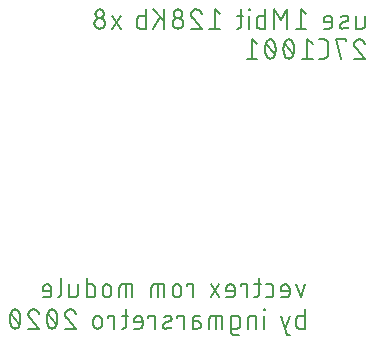
<source format=gbr>
G04 EAGLE Gerber RS-274X export*
G75*
%MOMM*%
%FSLAX34Y34*%
%LPD*%
%INSilkscreen Bottom*%
%IPPOS*%
%AMOC8*
5,1,8,0,0,1.08239X$1,22.5*%
G01*
%ADD10C,0.152400*%


D10*
X367538Y254169D02*
X363926Y243332D01*
X360313Y254169D01*
X351803Y243332D02*
X347287Y243332D01*
X351803Y243332D02*
X351904Y243334D01*
X352005Y243340D01*
X352106Y243349D01*
X352207Y243362D01*
X352307Y243379D01*
X352406Y243400D01*
X352504Y243424D01*
X352601Y243452D01*
X352698Y243484D01*
X352793Y243519D01*
X352886Y243558D01*
X352978Y243600D01*
X353069Y243646D01*
X353158Y243695D01*
X353244Y243747D01*
X353329Y243803D01*
X353412Y243861D01*
X353492Y243923D01*
X353570Y243988D01*
X353646Y244055D01*
X353719Y244125D01*
X353789Y244198D01*
X353856Y244274D01*
X353921Y244352D01*
X353983Y244432D01*
X354041Y244515D01*
X354097Y244600D01*
X354149Y244686D01*
X354198Y244775D01*
X354244Y244866D01*
X354286Y244958D01*
X354325Y245051D01*
X354360Y245146D01*
X354392Y245243D01*
X354420Y245340D01*
X354444Y245438D01*
X354465Y245537D01*
X354482Y245637D01*
X354495Y245738D01*
X354504Y245839D01*
X354510Y245940D01*
X354512Y246041D01*
X354512Y250557D01*
X354510Y250676D01*
X354504Y250796D01*
X354494Y250915D01*
X354480Y251033D01*
X354463Y251152D01*
X354441Y251269D01*
X354416Y251386D01*
X354386Y251501D01*
X354353Y251616D01*
X354316Y251730D01*
X354276Y251842D01*
X354231Y251953D01*
X354183Y252062D01*
X354132Y252170D01*
X354077Y252276D01*
X354018Y252380D01*
X353956Y252482D01*
X353891Y252582D01*
X353822Y252680D01*
X353750Y252776D01*
X353675Y252869D01*
X353598Y252959D01*
X353517Y253047D01*
X353433Y253132D01*
X353346Y253214D01*
X353257Y253294D01*
X353165Y253370D01*
X353071Y253444D01*
X352974Y253514D01*
X352876Y253581D01*
X352775Y253645D01*
X352671Y253705D01*
X352566Y253762D01*
X352459Y253815D01*
X352351Y253865D01*
X352241Y253911D01*
X352129Y253953D01*
X352016Y253992D01*
X351902Y254027D01*
X351787Y254058D01*
X351670Y254086D01*
X351553Y254109D01*
X351436Y254129D01*
X351317Y254145D01*
X351198Y254157D01*
X351079Y254165D01*
X350960Y254169D01*
X350840Y254169D01*
X350721Y254165D01*
X350602Y254157D01*
X350483Y254145D01*
X350364Y254129D01*
X350247Y254109D01*
X350130Y254086D01*
X350013Y254058D01*
X349898Y254027D01*
X349784Y253992D01*
X349671Y253953D01*
X349559Y253911D01*
X349449Y253865D01*
X349341Y253815D01*
X349234Y253762D01*
X349129Y253705D01*
X349025Y253645D01*
X348924Y253581D01*
X348826Y253514D01*
X348729Y253444D01*
X348635Y253370D01*
X348543Y253294D01*
X348454Y253214D01*
X348367Y253132D01*
X348283Y253047D01*
X348202Y252959D01*
X348125Y252869D01*
X348050Y252776D01*
X347978Y252680D01*
X347909Y252582D01*
X347844Y252482D01*
X347782Y252380D01*
X347723Y252276D01*
X347668Y252170D01*
X347617Y252062D01*
X347569Y251953D01*
X347524Y251842D01*
X347484Y251730D01*
X347447Y251616D01*
X347414Y251501D01*
X347384Y251386D01*
X347359Y251269D01*
X347337Y251152D01*
X347320Y251033D01*
X347306Y250915D01*
X347296Y250796D01*
X347290Y250676D01*
X347288Y250557D01*
X347287Y250557D02*
X347287Y248751D01*
X354512Y248751D01*
X338238Y243332D02*
X334626Y243332D01*
X338238Y243332D02*
X338339Y243334D01*
X338440Y243340D01*
X338541Y243349D01*
X338642Y243362D01*
X338742Y243379D01*
X338841Y243400D01*
X338939Y243424D01*
X339036Y243452D01*
X339133Y243484D01*
X339228Y243519D01*
X339321Y243558D01*
X339413Y243600D01*
X339504Y243646D01*
X339593Y243695D01*
X339679Y243747D01*
X339764Y243803D01*
X339847Y243861D01*
X339927Y243923D01*
X340005Y243988D01*
X340081Y244055D01*
X340154Y244125D01*
X340224Y244198D01*
X340291Y244274D01*
X340356Y244352D01*
X340418Y244432D01*
X340476Y244515D01*
X340532Y244600D01*
X340584Y244686D01*
X340633Y244775D01*
X340679Y244866D01*
X340721Y244958D01*
X340760Y245051D01*
X340795Y245146D01*
X340827Y245243D01*
X340855Y245340D01*
X340879Y245438D01*
X340900Y245537D01*
X340917Y245637D01*
X340930Y245738D01*
X340939Y245839D01*
X340945Y245940D01*
X340947Y246041D01*
X340947Y251460D01*
X340945Y251561D01*
X340939Y251662D01*
X340930Y251763D01*
X340917Y251864D01*
X340900Y251964D01*
X340879Y252063D01*
X340855Y252161D01*
X340827Y252258D01*
X340795Y252355D01*
X340760Y252450D01*
X340721Y252543D01*
X340679Y252635D01*
X340633Y252726D01*
X340584Y252815D01*
X340532Y252901D01*
X340476Y252986D01*
X340418Y253069D01*
X340356Y253149D01*
X340291Y253227D01*
X340224Y253303D01*
X340154Y253376D01*
X340081Y253446D01*
X340005Y253513D01*
X339927Y253578D01*
X339847Y253640D01*
X339764Y253698D01*
X339679Y253754D01*
X339593Y253806D01*
X339504Y253855D01*
X339413Y253901D01*
X339321Y253943D01*
X339228Y253982D01*
X339133Y254017D01*
X339036Y254049D01*
X338939Y254077D01*
X338841Y254101D01*
X338742Y254122D01*
X338642Y254139D01*
X338541Y254152D01*
X338440Y254161D01*
X338339Y254167D01*
X338238Y254169D01*
X334626Y254169D01*
X330278Y254169D02*
X324860Y254169D01*
X328472Y259588D02*
X328472Y246041D01*
X328470Y245940D01*
X328464Y245839D01*
X328455Y245738D01*
X328442Y245637D01*
X328425Y245537D01*
X328404Y245438D01*
X328380Y245340D01*
X328352Y245243D01*
X328320Y245146D01*
X328285Y245051D01*
X328246Y244958D01*
X328204Y244866D01*
X328158Y244775D01*
X328109Y244686D01*
X328057Y244600D01*
X328001Y244515D01*
X327943Y244432D01*
X327881Y244352D01*
X327816Y244274D01*
X327749Y244198D01*
X327679Y244125D01*
X327606Y244055D01*
X327530Y243988D01*
X327452Y243923D01*
X327372Y243861D01*
X327289Y243803D01*
X327204Y243747D01*
X327118Y243695D01*
X327029Y243646D01*
X326938Y243600D01*
X326846Y243558D01*
X326753Y243519D01*
X326658Y243484D01*
X326561Y243452D01*
X326464Y243424D01*
X326366Y243400D01*
X326267Y243379D01*
X326167Y243362D01*
X326066Y243349D01*
X325965Y243340D01*
X325864Y243334D01*
X325763Y243332D01*
X324860Y243332D01*
X318475Y243332D02*
X318475Y254169D01*
X313057Y254169D01*
X313057Y252363D01*
X305430Y243332D02*
X300915Y243332D01*
X305430Y243332D02*
X305531Y243334D01*
X305632Y243340D01*
X305733Y243349D01*
X305834Y243362D01*
X305934Y243379D01*
X306033Y243400D01*
X306131Y243424D01*
X306228Y243452D01*
X306325Y243484D01*
X306420Y243519D01*
X306513Y243558D01*
X306605Y243600D01*
X306696Y243646D01*
X306785Y243695D01*
X306871Y243747D01*
X306956Y243803D01*
X307039Y243861D01*
X307119Y243923D01*
X307197Y243988D01*
X307273Y244055D01*
X307346Y244125D01*
X307416Y244198D01*
X307483Y244274D01*
X307548Y244352D01*
X307610Y244432D01*
X307668Y244515D01*
X307724Y244600D01*
X307776Y244686D01*
X307825Y244775D01*
X307871Y244866D01*
X307913Y244958D01*
X307952Y245051D01*
X307987Y245146D01*
X308019Y245243D01*
X308047Y245340D01*
X308071Y245438D01*
X308092Y245537D01*
X308109Y245637D01*
X308122Y245738D01*
X308131Y245839D01*
X308137Y245940D01*
X308139Y246041D01*
X308139Y250557D01*
X308137Y250676D01*
X308131Y250796D01*
X308121Y250915D01*
X308107Y251033D01*
X308090Y251152D01*
X308068Y251269D01*
X308043Y251386D01*
X308013Y251501D01*
X307980Y251616D01*
X307943Y251730D01*
X307903Y251842D01*
X307858Y251953D01*
X307810Y252062D01*
X307759Y252170D01*
X307704Y252276D01*
X307645Y252380D01*
X307583Y252482D01*
X307518Y252582D01*
X307449Y252680D01*
X307377Y252776D01*
X307302Y252869D01*
X307225Y252959D01*
X307144Y253047D01*
X307060Y253132D01*
X306973Y253214D01*
X306884Y253294D01*
X306792Y253370D01*
X306698Y253444D01*
X306601Y253514D01*
X306503Y253581D01*
X306402Y253645D01*
X306298Y253705D01*
X306193Y253762D01*
X306086Y253815D01*
X305978Y253865D01*
X305868Y253911D01*
X305756Y253953D01*
X305643Y253992D01*
X305529Y254027D01*
X305414Y254058D01*
X305297Y254086D01*
X305180Y254109D01*
X305063Y254129D01*
X304944Y254145D01*
X304825Y254157D01*
X304706Y254165D01*
X304587Y254169D01*
X304467Y254169D01*
X304348Y254165D01*
X304229Y254157D01*
X304110Y254145D01*
X303991Y254129D01*
X303874Y254109D01*
X303757Y254086D01*
X303640Y254058D01*
X303525Y254027D01*
X303411Y253992D01*
X303298Y253953D01*
X303186Y253911D01*
X303076Y253865D01*
X302968Y253815D01*
X302861Y253762D01*
X302756Y253705D01*
X302652Y253645D01*
X302551Y253581D01*
X302453Y253514D01*
X302356Y253444D01*
X302262Y253370D01*
X302170Y253294D01*
X302081Y253214D01*
X301994Y253132D01*
X301910Y253047D01*
X301829Y252959D01*
X301752Y252869D01*
X301677Y252776D01*
X301605Y252680D01*
X301536Y252582D01*
X301471Y252482D01*
X301409Y252380D01*
X301350Y252276D01*
X301295Y252170D01*
X301244Y252062D01*
X301196Y251953D01*
X301151Y251842D01*
X301111Y251730D01*
X301074Y251616D01*
X301041Y251501D01*
X301011Y251386D01*
X300986Y251269D01*
X300964Y251152D01*
X300947Y251033D01*
X300933Y250915D01*
X300923Y250796D01*
X300917Y250676D01*
X300915Y250557D01*
X300915Y248751D01*
X308139Y248751D01*
X295113Y243332D02*
X287889Y254169D01*
X295113Y254169D02*
X287889Y243332D01*
X273145Y243332D02*
X273145Y254169D01*
X267726Y254169D01*
X267726Y252363D01*
X262809Y250557D02*
X262809Y246944D01*
X262808Y250557D02*
X262806Y250676D01*
X262800Y250796D01*
X262790Y250915D01*
X262776Y251033D01*
X262759Y251152D01*
X262737Y251269D01*
X262712Y251386D01*
X262682Y251501D01*
X262649Y251616D01*
X262612Y251730D01*
X262572Y251842D01*
X262527Y251953D01*
X262479Y252062D01*
X262428Y252170D01*
X262373Y252276D01*
X262314Y252380D01*
X262252Y252482D01*
X262187Y252582D01*
X262118Y252680D01*
X262046Y252776D01*
X261971Y252869D01*
X261894Y252959D01*
X261813Y253047D01*
X261729Y253132D01*
X261642Y253214D01*
X261553Y253294D01*
X261461Y253370D01*
X261367Y253444D01*
X261270Y253514D01*
X261172Y253581D01*
X261071Y253645D01*
X260967Y253705D01*
X260862Y253762D01*
X260755Y253815D01*
X260647Y253865D01*
X260537Y253911D01*
X260425Y253953D01*
X260312Y253992D01*
X260198Y254027D01*
X260083Y254058D01*
X259966Y254086D01*
X259849Y254109D01*
X259732Y254129D01*
X259613Y254145D01*
X259494Y254157D01*
X259375Y254165D01*
X259256Y254169D01*
X259136Y254169D01*
X259017Y254165D01*
X258898Y254157D01*
X258779Y254145D01*
X258660Y254129D01*
X258543Y254109D01*
X258426Y254086D01*
X258309Y254058D01*
X258194Y254027D01*
X258080Y253992D01*
X257967Y253953D01*
X257855Y253911D01*
X257745Y253865D01*
X257637Y253815D01*
X257530Y253762D01*
X257425Y253705D01*
X257321Y253645D01*
X257220Y253581D01*
X257122Y253514D01*
X257025Y253444D01*
X256931Y253370D01*
X256839Y253294D01*
X256750Y253214D01*
X256663Y253132D01*
X256579Y253047D01*
X256498Y252959D01*
X256421Y252869D01*
X256346Y252776D01*
X256274Y252680D01*
X256205Y252582D01*
X256140Y252482D01*
X256078Y252380D01*
X256019Y252276D01*
X255964Y252170D01*
X255913Y252062D01*
X255865Y251953D01*
X255820Y251842D01*
X255780Y251730D01*
X255743Y251616D01*
X255710Y251501D01*
X255680Y251386D01*
X255655Y251269D01*
X255633Y251152D01*
X255616Y251033D01*
X255602Y250915D01*
X255592Y250796D01*
X255586Y250676D01*
X255584Y250557D01*
X255584Y246944D01*
X255586Y246825D01*
X255592Y246705D01*
X255602Y246586D01*
X255616Y246468D01*
X255633Y246349D01*
X255655Y246232D01*
X255680Y246115D01*
X255710Y246000D01*
X255743Y245885D01*
X255780Y245771D01*
X255820Y245659D01*
X255865Y245548D01*
X255913Y245439D01*
X255964Y245331D01*
X256019Y245225D01*
X256078Y245121D01*
X256140Y245019D01*
X256205Y244919D01*
X256274Y244821D01*
X256346Y244725D01*
X256421Y244632D01*
X256498Y244542D01*
X256579Y244454D01*
X256663Y244369D01*
X256750Y244287D01*
X256839Y244207D01*
X256931Y244131D01*
X257025Y244057D01*
X257122Y243987D01*
X257220Y243920D01*
X257321Y243856D01*
X257425Y243796D01*
X257530Y243739D01*
X257637Y243686D01*
X257745Y243636D01*
X257855Y243590D01*
X257967Y243548D01*
X258080Y243509D01*
X258194Y243474D01*
X258309Y243443D01*
X258426Y243415D01*
X258543Y243392D01*
X258660Y243372D01*
X258779Y243356D01*
X258898Y243344D01*
X259017Y243336D01*
X259136Y243332D01*
X259256Y243332D01*
X259375Y243336D01*
X259494Y243344D01*
X259613Y243356D01*
X259732Y243372D01*
X259849Y243392D01*
X259966Y243415D01*
X260083Y243443D01*
X260198Y243474D01*
X260312Y243509D01*
X260425Y243548D01*
X260537Y243590D01*
X260647Y243636D01*
X260755Y243686D01*
X260862Y243739D01*
X260967Y243796D01*
X261071Y243856D01*
X261172Y243920D01*
X261270Y243987D01*
X261367Y244057D01*
X261461Y244131D01*
X261553Y244207D01*
X261642Y244287D01*
X261729Y244369D01*
X261813Y244454D01*
X261894Y244542D01*
X261971Y244632D01*
X262046Y244725D01*
X262118Y244821D01*
X262187Y244919D01*
X262252Y245019D01*
X262314Y245121D01*
X262373Y245225D01*
X262428Y245331D01*
X262479Y245439D01*
X262527Y245548D01*
X262572Y245659D01*
X262612Y245771D01*
X262649Y245885D01*
X262682Y246000D01*
X262712Y246115D01*
X262737Y246232D01*
X262759Y246349D01*
X262776Y246468D01*
X262790Y246586D01*
X262800Y246705D01*
X262806Y246825D01*
X262808Y246944D01*
X248463Y243332D02*
X248463Y254169D01*
X240335Y254169D01*
X240234Y254167D01*
X240133Y254161D01*
X240032Y254152D01*
X239931Y254139D01*
X239831Y254122D01*
X239732Y254101D01*
X239634Y254077D01*
X239537Y254049D01*
X239440Y254017D01*
X239345Y253982D01*
X239252Y253943D01*
X239160Y253901D01*
X239069Y253855D01*
X238981Y253806D01*
X238894Y253754D01*
X238809Y253698D01*
X238726Y253640D01*
X238646Y253578D01*
X238568Y253513D01*
X238492Y253446D01*
X238419Y253376D01*
X238349Y253303D01*
X238282Y253227D01*
X238217Y253149D01*
X238155Y253069D01*
X238097Y252986D01*
X238041Y252901D01*
X237989Y252815D01*
X237940Y252726D01*
X237894Y252635D01*
X237852Y252543D01*
X237813Y252450D01*
X237778Y252355D01*
X237746Y252258D01*
X237718Y252161D01*
X237694Y252063D01*
X237673Y251964D01*
X237656Y251864D01*
X237643Y251763D01*
X237634Y251662D01*
X237628Y251561D01*
X237626Y251460D01*
X237626Y243332D01*
X243044Y243332D02*
X243044Y254169D01*
X221369Y254169D02*
X221369Y243332D01*
X221369Y254169D02*
X213241Y254169D01*
X213140Y254167D01*
X213039Y254161D01*
X212938Y254152D01*
X212837Y254139D01*
X212737Y254122D01*
X212638Y254101D01*
X212540Y254077D01*
X212443Y254049D01*
X212346Y254017D01*
X212251Y253982D01*
X212158Y253943D01*
X212066Y253901D01*
X211975Y253855D01*
X211887Y253806D01*
X211800Y253754D01*
X211715Y253698D01*
X211632Y253640D01*
X211552Y253578D01*
X211474Y253513D01*
X211398Y253446D01*
X211325Y253376D01*
X211255Y253303D01*
X211188Y253227D01*
X211123Y253149D01*
X211061Y253069D01*
X211003Y252986D01*
X210947Y252901D01*
X210895Y252815D01*
X210846Y252726D01*
X210800Y252635D01*
X210758Y252543D01*
X210719Y252450D01*
X210684Y252355D01*
X210652Y252258D01*
X210624Y252161D01*
X210600Y252063D01*
X210579Y251964D01*
X210562Y251864D01*
X210549Y251763D01*
X210540Y251662D01*
X210534Y251561D01*
X210532Y251460D01*
X210531Y251460D02*
X210531Y243332D01*
X215950Y243332D02*
X215950Y254169D01*
X203410Y250557D02*
X203410Y246944D01*
X203410Y250557D02*
X203408Y250676D01*
X203402Y250796D01*
X203392Y250915D01*
X203378Y251033D01*
X203361Y251152D01*
X203339Y251269D01*
X203314Y251386D01*
X203284Y251501D01*
X203251Y251616D01*
X203214Y251730D01*
X203174Y251842D01*
X203129Y251953D01*
X203081Y252062D01*
X203030Y252170D01*
X202975Y252276D01*
X202916Y252380D01*
X202854Y252482D01*
X202789Y252582D01*
X202720Y252680D01*
X202648Y252776D01*
X202573Y252869D01*
X202496Y252959D01*
X202415Y253047D01*
X202331Y253132D01*
X202244Y253214D01*
X202155Y253294D01*
X202063Y253370D01*
X201969Y253444D01*
X201872Y253514D01*
X201774Y253581D01*
X201673Y253645D01*
X201569Y253705D01*
X201464Y253762D01*
X201357Y253815D01*
X201249Y253865D01*
X201139Y253911D01*
X201027Y253953D01*
X200914Y253992D01*
X200800Y254027D01*
X200685Y254058D01*
X200568Y254086D01*
X200451Y254109D01*
X200334Y254129D01*
X200215Y254145D01*
X200096Y254157D01*
X199977Y254165D01*
X199858Y254169D01*
X199738Y254169D01*
X199619Y254165D01*
X199500Y254157D01*
X199381Y254145D01*
X199262Y254129D01*
X199145Y254109D01*
X199028Y254086D01*
X198911Y254058D01*
X198796Y254027D01*
X198682Y253992D01*
X198569Y253953D01*
X198457Y253911D01*
X198347Y253865D01*
X198239Y253815D01*
X198132Y253762D01*
X198027Y253705D01*
X197923Y253645D01*
X197822Y253581D01*
X197724Y253514D01*
X197627Y253444D01*
X197533Y253370D01*
X197441Y253294D01*
X197352Y253214D01*
X197265Y253132D01*
X197181Y253047D01*
X197100Y252959D01*
X197023Y252869D01*
X196948Y252776D01*
X196876Y252680D01*
X196807Y252582D01*
X196742Y252482D01*
X196680Y252380D01*
X196621Y252276D01*
X196566Y252170D01*
X196515Y252062D01*
X196467Y251953D01*
X196422Y251842D01*
X196382Y251730D01*
X196345Y251616D01*
X196312Y251501D01*
X196282Y251386D01*
X196257Y251269D01*
X196235Y251152D01*
X196218Y251033D01*
X196204Y250915D01*
X196194Y250796D01*
X196188Y250676D01*
X196186Y250557D01*
X196185Y250557D02*
X196185Y246944D01*
X196186Y246944D02*
X196188Y246825D01*
X196194Y246705D01*
X196204Y246586D01*
X196218Y246468D01*
X196235Y246349D01*
X196257Y246232D01*
X196282Y246115D01*
X196312Y246000D01*
X196345Y245885D01*
X196382Y245771D01*
X196422Y245659D01*
X196467Y245548D01*
X196515Y245439D01*
X196566Y245331D01*
X196621Y245225D01*
X196680Y245121D01*
X196742Y245019D01*
X196807Y244919D01*
X196876Y244821D01*
X196948Y244725D01*
X197023Y244632D01*
X197100Y244542D01*
X197181Y244454D01*
X197265Y244369D01*
X197352Y244287D01*
X197441Y244207D01*
X197533Y244131D01*
X197627Y244057D01*
X197724Y243987D01*
X197822Y243920D01*
X197923Y243856D01*
X198027Y243796D01*
X198132Y243739D01*
X198239Y243686D01*
X198347Y243636D01*
X198457Y243590D01*
X198569Y243548D01*
X198682Y243509D01*
X198796Y243474D01*
X198911Y243443D01*
X199028Y243415D01*
X199145Y243392D01*
X199262Y243372D01*
X199381Y243356D01*
X199500Y243344D01*
X199619Y243336D01*
X199738Y243332D01*
X199858Y243332D01*
X199977Y243336D01*
X200096Y243344D01*
X200215Y243356D01*
X200334Y243372D01*
X200451Y243392D01*
X200568Y243415D01*
X200685Y243443D01*
X200800Y243474D01*
X200914Y243509D01*
X201027Y243548D01*
X201139Y243590D01*
X201249Y243636D01*
X201357Y243686D01*
X201464Y243739D01*
X201569Y243796D01*
X201673Y243856D01*
X201774Y243920D01*
X201872Y243987D01*
X201969Y244057D01*
X202063Y244131D01*
X202155Y244207D01*
X202244Y244287D01*
X202331Y244369D01*
X202415Y244454D01*
X202496Y244542D01*
X202573Y244632D01*
X202648Y244725D01*
X202720Y244821D01*
X202789Y244919D01*
X202854Y245019D01*
X202916Y245121D01*
X202975Y245225D01*
X203030Y245331D01*
X203081Y245439D01*
X203129Y245548D01*
X203174Y245659D01*
X203214Y245771D01*
X203251Y245885D01*
X203284Y246000D01*
X203314Y246115D01*
X203339Y246232D01*
X203361Y246349D01*
X203378Y246468D01*
X203392Y246586D01*
X203402Y246705D01*
X203408Y246825D01*
X203410Y246944D01*
X182712Y243332D02*
X182712Y259588D01*
X182712Y243332D02*
X187227Y243332D01*
X187328Y243334D01*
X187429Y243340D01*
X187530Y243349D01*
X187631Y243362D01*
X187731Y243379D01*
X187830Y243400D01*
X187928Y243424D01*
X188025Y243452D01*
X188122Y243484D01*
X188217Y243519D01*
X188310Y243558D01*
X188402Y243600D01*
X188493Y243646D01*
X188582Y243695D01*
X188668Y243747D01*
X188753Y243803D01*
X188836Y243861D01*
X188916Y243923D01*
X188994Y243988D01*
X189070Y244055D01*
X189143Y244125D01*
X189213Y244198D01*
X189280Y244274D01*
X189345Y244352D01*
X189407Y244432D01*
X189465Y244515D01*
X189521Y244600D01*
X189573Y244686D01*
X189622Y244775D01*
X189668Y244866D01*
X189710Y244958D01*
X189749Y245051D01*
X189784Y245146D01*
X189816Y245243D01*
X189844Y245340D01*
X189868Y245438D01*
X189889Y245537D01*
X189906Y245637D01*
X189919Y245738D01*
X189928Y245839D01*
X189934Y245940D01*
X189936Y246041D01*
X189936Y251460D01*
X189934Y251561D01*
X189928Y251662D01*
X189919Y251763D01*
X189906Y251864D01*
X189889Y251964D01*
X189868Y252063D01*
X189844Y252161D01*
X189816Y252258D01*
X189784Y252355D01*
X189749Y252450D01*
X189710Y252543D01*
X189668Y252635D01*
X189622Y252726D01*
X189573Y252815D01*
X189521Y252901D01*
X189465Y252986D01*
X189407Y253069D01*
X189345Y253149D01*
X189280Y253227D01*
X189213Y253303D01*
X189143Y253376D01*
X189070Y253446D01*
X188994Y253513D01*
X188916Y253578D01*
X188836Y253640D01*
X188753Y253698D01*
X188668Y253754D01*
X188582Y253806D01*
X188493Y253855D01*
X188402Y253901D01*
X188310Y253943D01*
X188217Y253982D01*
X188122Y254017D01*
X188025Y254049D01*
X187928Y254077D01*
X187830Y254101D01*
X187731Y254122D01*
X187631Y254139D01*
X187530Y254152D01*
X187429Y254161D01*
X187328Y254167D01*
X187227Y254169D01*
X182712Y254169D01*
X175274Y254169D02*
X175274Y246041D01*
X175272Y245940D01*
X175266Y245839D01*
X175257Y245738D01*
X175244Y245637D01*
X175227Y245537D01*
X175206Y245438D01*
X175182Y245340D01*
X175154Y245243D01*
X175122Y245146D01*
X175087Y245051D01*
X175048Y244958D01*
X175006Y244866D01*
X174960Y244775D01*
X174911Y244686D01*
X174859Y244600D01*
X174803Y244515D01*
X174745Y244432D01*
X174683Y244352D01*
X174618Y244274D01*
X174551Y244198D01*
X174481Y244125D01*
X174408Y244055D01*
X174332Y243988D01*
X174254Y243923D01*
X174174Y243861D01*
X174091Y243803D01*
X174006Y243747D01*
X173920Y243695D01*
X173831Y243646D01*
X173740Y243600D01*
X173648Y243558D01*
X173555Y243519D01*
X173460Y243484D01*
X173363Y243452D01*
X173266Y243424D01*
X173168Y243400D01*
X173069Y243379D01*
X172969Y243362D01*
X172868Y243349D01*
X172767Y243340D01*
X172666Y243334D01*
X172565Y243332D01*
X168049Y243332D01*
X168049Y254169D01*
X160969Y259588D02*
X160969Y246041D01*
X160967Y245940D01*
X160961Y245839D01*
X160952Y245738D01*
X160939Y245637D01*
X160922Y245537D01*
X160901Y245438D01*
X160877Y245340D01*
X160849Y245243D01*
X160817Y245146D01*
X160782Y245051D01*
X160743Y244958D01*
X160701Y244866D01*
X160655Y244775D01*
X160606Y244686D01*
X160554Y244600D01*
X160498Y244515D01*
X160440Y244432D01*
X160378Y244352D01*
X160313Y244274D01*
X160246Y244198D01*
X160176Y244125D01*
X160103Y244055D01*
X160027Y243988D01*
X159949Y243923D01*
X159869Y243861D01*
X159786Y243803D01*
X159701Y243747D01*
X159615Y243695D01*
X159526Y243646D01*
X159435Y243600D01*
X159343Y243558D01*
X159250Y243519D01*
X159155Y243484D01*
X159058Y243452D01*
X158961Y243424D01*
X158863Y243400D01*
X158764Y243379D01*
X158664Y243362D01*
X158563Y243349D01*
X158462Y243340D01*
X158361Y243334D01*
X158260Y243332D01*
X150160Y243332D02*
X145644Y243332D01*
X150160Y243332D02*
X150261Y243334D01*
X150362Y243340D01*
X150463Y243349D01*
X150564Y243362D01*
X150664Y243379D01*
X150763Y243400D01*
X150861Y243424D01*
X150958Y243452D01*
X151055Y243484D01*
X151150Y243519D01*
X151243Y243558D01*
X151335Y243600D01*
X151426Y243646D01*
X151515Y243695D01*
X151601Y243747D01*
X151686Y243803D01*
X151769Y243861D01*
X151849Y243923D01*
X151927Y243988D01*
X152003Y244055D01*
X152076Y244125D01*
X152146Y244198D01*
X152213Y244274D01*
X152278Y244352D01*
X152340Y244432D01*
X152398Y244515D01*
X152454Y244600D01*
X152506Y244686D01*
X152555Y244775D01*
X152601Y244866D01*
X152643Y244958D01*
X152682Y245051D01*
X152717Y245146D01*
X152749Y245243D01*
X152777Y245340D01*
X152801Y245438D01*
X152822Y245537D01*
X152839Y245637D01*
X152852Y245738D01*
X152861Y245839D01*
X152867Y245940D01*
X152869Y246041D01*
X152869Y250557D01*
X152867Y250676D01*
X152861Y250796D01*
X152851Y250915D01*
X152837Y251033D01*
X152820Y251152D01*
X152798Y251269D01*
X152773Y251386D01*
X152743Y251501D01*
X152710Y251616D01*
X152673Y251730D01*
X152633Y251842D01*
X152588Y251953D01*
X152540Y252062D01*
X152489Y252170D01*
X152434Y252276D01*
X152375Y252380D01*
X152313Y252482D01*
X152248Y252582D01*
X152179Y252680D01*
X152107Y252776D01*
X152032Y252869D01*
X151955Y252959D01*
X151874Y253047D01*
X151790Y253132D01*
X151703Y253214D01*
X151614Y253294D01*
X151522Y253370D01*
X151428Y253444D01*
X151331Y253514D01*
X151233Y253581D01*
X151132Y253645D01*
X151028Y253705D01*
X150923Y253762D01*
X150816Y253815D01*
X150708Y253865D01*
X150598Y253911D01*
X150486Y253953D01*
X150373Y253992D01*
X150259Y254027D01*
X150144Y254058D01*
X150027Y254086D01*
X149910Y254109D01*
X149793Y254129D01*
X149674Y254145D01*
X149555Y254157D01*
X149436Y254165D01*
X149317Y254169D01*
X149197Y254169D01*
X149078Y254165D01*
X148959Y254157D01*
X148840Y254145D01*
X148721Y254129D01*
X148604Y254109D01*
X148487Y254086D01*
X148370Y254058D01*
X148255Y254027D01*
X148141Y253992D01*
X148028Y253953D01*
X147916Y253911D01*
X147806Y253865D01*
X147698Y253815D01*
X147591Y253762D01*
X147486Y253705D01*
X147382Y253645D01*
X147281Y253581D01*
X147183Y253514D01*
X147086Y253444D01*
X146992Y253370D01*
X146900Y253294D01*
X146811Y253214D01*
X146724Y253132D01*
X146640Y253047D01*
X146559Y252959D01*
X146482Y252869D01*
X146407Y252776D01*
X146335Y252680D01*
X146266Y252582D01*
X146201Y252482D01*
X146139Y252380D01*
X146080Y252276D01*
X146025Y252170D01*
X145974Y252062D01*
X145926Y251953D01*
X145881Y251842D01*
X145841Y251730D01*
X145804Y251616D01*
X145771Y251501D01*
X145741Y251386D01*
X145716Y251269D01*
X145694Y251152D01*
X145677Y251033D01*
X145663Y250915D01*
X145653Y250796D01*
X145647Y250676D01*
X145645Y250557D01*
X145644Y250557D02*
X145644Y248751D01*
X152869Y248751D01*
X367538Y232918D02*
X367538Y216662D01*
X363022Y216662D01*
X362918Y216664D01*
X362815Y216670D01*
X362711Y216680D01*
X362608Y216694D01*
X362506Y216712D01*
X362405Y216733D01*
X362304Y216759D01*
X362205Y216788D01*
X362106Y216821D01*
X362009Y216858D01*
X361914Y216899D01*
X361820Y216943D01*
X361728Y216991D01*
X361638Y217042D01*
X361549Y217097D01*
X361463Y217155D01*
X361380Y217217D01*
X361298Y217281D01*
X361220Y217349D01*
X361144Y217419D01*
X361070Y217492D01*
X361000Y217569D01*
X360932Y217647D01*
X360868Y217729D01*
X360806Y217812D01*
X360748Y217898D01*
X360693Y217987D01*
X360642Y218077D01*
X360594Y218169D01*
X360550Y218263D01*
X360509Y218358D01*
X360472Y218455D01*
X360439Y218554D01*
X360410Y218653D01*
X360384Y218754D01*
X360363Y218855D01*
X360345Y218957D01*
X360331Y219060D01*
X360321Y219164D01*
X360315Y219267D01*
X360313Y219371D01*
X360313Y224790D01*
X360315Y224891D01*
X360321Y224992D01*
X360330Y225093D01*
X360343Y225194D01*
X360360Y225294D01*
X360381Y225393D01*
X360405Y225491D01*
X360433Y225588D01*
X360465Y225685D01*
X360500Y225780D01*
X360539Y225873D01*
X360581Y225965D01*
X360627Y226056D01*
X360676Y226145D01*
X360728Y226231D01*
X360784Y226316D01*
X360842Y226399D01*
X360904Y226479D01*
X360969Y226557D01*
X361036Y226633D01*
X361106Y226706D01*
X361179Y226776D01*
X361255Y226843D01*
X361333Y226908D01*
X361413Y226970D01*
X361496Y227028D01*
X361581Y227084D01*
X361668Y227136D01*
X361756Y227185D01*
X361847Y227231D01*
X361939Y227273D01*
X362032Y227312D01*
X362127Y227347D01*
X362224Y227379D01*
X362321Y227407D01*
X362419Y227431D01*
X362518Y227452D01*
X362618Y227469D01*
X362719Y227482D01*
X362820Y227491D01*
X362921Y227497D01*
X363022Y227499D01*
X367538Y227499D01*
X354585Y211243D02*
X352779Y211243D01*
X347360Y227499D01*
X354585Y227499D02*
X350973Y216662D01*
X333258Y216662D02*
X333258Y227499D01*
X333709Y232015D02*
X333709Y232918D01*
X332806Y232918D01*
X332806Y232015D01*
X333709Y232015D01*
X326449Y227499D02*
X326449Y216662D01*
X326449Y227499D02*
X321934Y227499D01*
X321830Y227497D01*
X321727Y227491D01*
X321623Y227481D01*
X321520Y227467D01*
X321418Y227449D01*
X321317Y227428D01*
X321216Y227402D01*
X321117Y227373D01*
X321018Y227340D01*
X320921Y227303D01*
X320826Y227262D01*
X320732Y227218D01*
X320640Y227170D01*
X320550Y227119D01*
X320461Y227064D01*
X320375Y227006D01*
X320292Y226944D01*
X320210Y226880D01*
X320132Y226812D01*
X320056Y226742D01*
X319982Y226669D01*
X319912Y226592D01*
X319844Y226514D01*
X319780Y226432D01*
X319718Y226349D01*
X319660Y226263D01*
X319605Y226174D01*
X319554Y226084D01*
X319506Y225992D01*
X319462Y225898D01*
X319421Y225803D01*
X319384Y225706D01*
X319351Y225607D01*
X319322Y225508D01*
X319296Y225407D01*
X319275Y225306D01*
X319257Y225204D01*
X319243Y225101D01*
X319233Y224997D01*
X319227Y224894D01*
X319225Y224790D01*
X319224Y224790D02*
X319224Y216662D01*
X309745Y216662D02*
X305229Y216662D01*
X309745Y216662D02*
X309846Y216664D01*
X309947Y216670D01*
X310048Y216679D01*
X310149Y216692D01*
X310249Y216709D01*
X310348Y216730D01*
X310446Y216754D01*
X310543Y216782D01*
X310640Y216814D01*
X310735Y216849D01*
X310828Y216888D01*
X310920Y216930D01*
X311011Y216976D01*
X311100Y217025D01*
X311186Y217077D01*
X311271Y217133D01*
X311354Y217191D01*
X311434Y217253D01*
X311512Y217318D01*
X311588Y217385D01*
X311661Y217455D01*
X311731Y217528D01*
X311798Y217604D01*
X311863Y217682D01*
X311925Y217762D01*
X311983Y217845D01*
X312039Y217930D01*
X312091Y218016D01*
X312140Y218105D01*
X312186Y218196D01*
X312228Y218288D01*
X312267Y218381D01*
X312302Y218476D01*
X312334Y218573D01*
X312362Y218670D01*
X312386Y218768D01*
X312407Y218867D01*
X312424Y218967D01*
X312437Y219068D01*
X312446Y219169D01*
X312452Y219270D01*
X312454Y219371D01*
X312454Y224790D01*
X312452Y224891D01*
X312446Y224992D01*
X312437Y225093D01*
X312424Y225194D01*
X312407Y225294D01*
X312386Y225393D01*
X312362Y225491D01*
X312334Y225588D01*
X312302Y225685D01*
X312267Y225780D01*
X312228Y225873D01*
X312186Y225965D01*
X312140Y226056D01*
X312091Y226145D01*
X312039Y226231D01*
X311983Y226316D01*
X311925Y226399D01*
X311863Y226479D01*
X311798Y226557D01*
X311731Y226633D01*
X311661Y226706D01*
X311588Y226776D01*
X311512Y226843D01*
X311434Y226908D01*
X311354Y226970D01*
X311271Y227028D01*
X311186Y227084D01*
X311100Y227136D01*
X311011Y227185D01*
X310920Y227231D01*
X310828Y227273D01*
X310735Y227312D01*
X310640Y227347D01*
X310543Y227379D01*
X310446Y227407D01*
X310348Y227431D01*
X310249Y227452D01*
X310149Y227469D01*
X310048Y227482D01*
X309947Y227491D01*
X309846Y227497D01*
X309745Y227499D01*
X305229Y227499D01*
X305229Y213953D01*
X305230Y213953D02*
X305232Y213852D01*
X305238Y213751D01*
X305247Y213650D01*
X305260Y213549D01*
X305277Y213449D01*
X305298Y213350D01*
X305322Y213252D01*
X305350Y213155D01*
X305382Y213058D01*
X305417Y212963D01*
X305456Y212870D01*
X305498Y212778D01*
X305544Y212687D01*
X305593Y212599D01*
X305645Y212512D01*
X305701Y212427D01*
X305759Y212344D01*
X305821Y212264D01*
X305886Y212186D01*
X305953Y212110D01*
X306023Y212037D01*
X306096Y211967D01*
X306172Y211900D01*
X306250Y211835D01*
X306330Y211773D01*
X306413Y211715D01*
X306498Y211659D01*
X306585Y211607D01*
X306673Y211558D01*
X306764Y211512D01*
X306856Y211470D01*
X306949Y211431D01*
X307044Y211396D01*
X307141Y211364D01*
X307238Y211336D01*
X307336Y211312D01*
X307435Y211291D01*
X307535Y211274D01*
X307636Y211261D01*
X307737Y211252D01*
X307838Y211246D01*
X307939Y211244D01*
X307939Y211243D02*
X311551Y211243D01*
X297514Y216662D02*
X297514Y227499D01*
X289386Y227499D01*
X289285Y227497D01*
X289184Y227491D01*
X289083Y227482D01*
X288982Y227469D01*
X288882Y227452D01*
X288783Y227431D01*
X288685Y227407D01*
X288588Y227379D01*
X288491Y227347D01*
X288396Y227312D01*
X288303Y227273D01*
X288211Y227231D01*
X288120Y227185D01*
X288032Y227136D01*
X287945Y227084D01*
X287860Y227028D01*
X287777Y226970D01*
X287697Y226908D01*
X287619Y226843D01*
X287543Y226776D01*
X287470Y226706D01*
X287400Y226633D01*
X287333Y226557D01*
X287268Y226479D01*
X287206Y226399D01*
X287148Y226316D01*
X287092Y226231D01*
X287040Y226145D01*
X286991Y226056D01*
X286945Y225965D01*
X286903Y225873D01*
X286864Y225780D01*
X286829Y225685D01*
X286797Y225588D01*
X286769Y225491D01*
X286745Y225393D01*
X286724Y225294D01*
X286707Y225194D01*
X286694Y225093D01*
X286685Y224992D01*
X286679Y224891D01*
X286677Y224790D01*
X286677Y216662D01*
X292095Y216662D02*
X292095Y227499D01*
X276468Y222984D02*
X272404Y222984D01*
X276468Y222984D02*
X276580Y222982D01*
X276691Y222976D01*
X276802Y222966D01*
X276913Y222953D01*
X277023Y222935D01*
X277132Y222913D01*
X277241Y222888D01*
X277349Y222859D01*
X277455Y222826D01*
X277561Y222789D01*
X277665Y222749D01*
X277767Y222705D01*
X277868Y222657D01*
X277967Y222606D01*
X278065Y222551D01*
X278160Y222493D01*
X278253Y222432D01*
X278344Y222367D01*
X278433Y222299D01*
X278519Y222228D01*
X278602Y222155D01*
X278683Y222078D01*
X278762Y221998D01*
X278837Y221916D01*
X278909Y221831D01*
X278979Y221744D01*
X279045Y221654D01*
X279108Y221562D01*
X279168Y221467D01*
X279224Y221371D01*
X279277Y221273D01*
X279326Y221173D01*
X279372Y221071D01*
X279414Y220968D01*
X279453Y220863D01*
X279488Y220757D01*
X279519Y220650D01*
X279546Y220542D01*
X279570Y220433D01*
X279589Y220323D01*
X279605Y220213D01*
X279617Y220102D01*
X279625Y219990D01*
X279629Y219879D01*
X279629Y219767D01*
X279625Y219656D01*
X279617Y219544D01*
X279605Y219433D01*
X279589Y219323D01*
X279570Y219213D01*
X279546Y219104D01*
X279519Y218996D01*
X279488Y218889D01*
X279453Y218783D01*
X279414Y218678D01*
X279372Y218575D01*
X279326Y218473D01*
X279277Y218373D01*
X279224Y218275D01*
X279168Y218179D01*
X279108Y218084D01*
X279045Y217992D01*
X278979Y217902D01*
X278909Y217815D01*
X278837Y217730D01*
X278762Y217648D01*
X278683Y217568D01*
X278602Y217491D01*
X278519Y217418D01*
X278433Y217347D01*
X278344Y217279D01*
X278253Y217214D01*
X278160Y217153D01*
X278065Y217095D01*
X277967Y217040D01*
X277868Y216989D01*
X277767Y216941D01*
X277665Y216897D01*
X277561Y216857D01*
X277455Y216820D01*
X277349Y216787D01*
X277241Y216758D01*
X277132Y216733D01*
X277023Y216711D01*
X276913Y216693D01*
X276802Y216680D01*
X276691Y216670D01*
X276580Y216664D01*
X276468Y216662D01*
X272404Y216662D01*
X272404Y224790D01*
X272406Y224891D01*
X272412Y224992D01*
X272421Y225093D01*
X272434Y225194D01*
X272451Y225294D01*
X272472Y225393D01*
X272496Y225491D01*
X272524Y225588D01*
X272556Y225685D01*
X272591Y225780D01*
X272630Y225873D01*
X272672Y225965D01*
X272718Y226056D01*
X272767Y226145D01*
X272819Y226231D01*
X272875Y226316D01*
X272933Y226399D01*
X272995Y226479D01*
X273060Y226557D01*
X273127Y226633D01*
X273197Y226706D01*
X273270Y226776D01*
X273346Y226843D01*
X273424Y226908D01*
X273504Y226970D01*
X273587Y227028D01*
X273672Y227084D01*
X273759Y227136D01*
X273847Y227185D01*
X273938Y227231D01*
X274030Y227273D01*
X274123Y227312D01*
X274218Y227347D01*
X274315Y227379D01*
X274412Y227407D01*
X274510Y227431D01*
X274609Y227452D01*
X274709Y227469D01*
X274810Y227482D01*
X274911Y227491D01*
X275012Y227497D01*
X275113Y227499D01*
X278726Y227499D01*
X264881Y227499D02*
X264881Y216662D01*
X264881Y227499D02*
X259463Y227499D01*
X259463Y225693D01*
X253191Y222984D02*
X248675Y221178D01*
X253191Y222984D02*
X253279Y223021D01*
X253365Y223062D01*
X253450Y223106D01*
X253533Y223154D01*
X253613Y223205D01*
X253692Y223259D01*
X253768Y223317D01*
X253842Y223377D01*
X253914Y223441D01*
X253982Y223507D01*
X254048Y223577D01*
X254111Y223648D01*
X254172Y223723D01*
X254229Y223799D01*
X254282Y223878D01*
X254333Y223959D01*
X254380Y224042D01*
X254424Y224127D01*
X254464Y224214D01*
X254501Y224302D01*
X254534Y224392D01*
X254564Y224483D01*
X254589Y224575D01*
X254611Y224668D01*
X254629Y224762D01*
X254644Y224856D01*
X254654Y224951D01*
X254660Y225047D01*
X254663Y225142D01*
X254662Y225238D01*
X254656Y225333D01*
X254647Y225429D01*
X254634Y225523D01*
X254618Y225617D01*
X254597Y225711D01*
X254572Y225803D01*
X254544Y225894D01*
X254512Y225984D01*
X254477Y226073D01*
X254438Y226160D01*
X254395Y226246D01*
X254349Y226330D01*
X254299Y226411D01*
X254247Y226491D01*
X254191Y226569D01*
X254131Y226644D01*
X254069Y226716D01*
X254004Y226786D01*
X253936Y226854D01*
X253866Y226918D01*
X253793Y226980D01*
X253717Y227038D01*
X253639Y227094D01*
X253559Y227146D01*
X253477Y227195D01*
X253393Y227240D01*
X253307Y227282D01*
X253220Y227321D01*
X253131Y227356D01*
X253040Y227387D01*
X252949Y227414D01*
X252856Y227438D01*
X252763Y227458D01*
X252669Y227474D01*
X252574Y227486D01*
X252479Y227495D01*
X252383Y227499D01*
X252288Y227500D01*
X252041Y227493D01*
X251795Y227481D01*
X251549Y227463D01*
X251303Y227438D01*
X251059Y227408D01*
X250815Y227372D01*
X250572Y227331D01*
X250330Y227283D01*
X250089Y227229D01*
X249850Y227170D01*
X249612Y227105D01*
X249376Y227034D01*
X249141Y226958D01*
X248908Y226876D01*
X248678Y226788D01*
X248450Y226695D01*
X248223Y226597D01*
X248675Y221177D02*
X248587Y221140D01*
X248501Y221099D01*
X248416Y221055D01*
X248333Y221007D01*
X248253Y220956D01*
X248174Y220902D01*
X248098Y220844D01*
X248024Y220784D01*
X247952Y220720D01*
X247884Y220654D01*
X247818Y220584D01*
X247755Y220513D01*
X247694Y220438D01*
X247637Y220362D01*
X247584Y220283D01*
X247533Y220202D01*
X247486Y220119D01*
X247442Y220034D01*
X247402Y219947D01*
X247365Y219859D01*
X247332Y219769D01*
X247302Y219678D01*
X247277Y219586D01*
X247255Y219493D01*
X247237Y219399D01*
X247222Y219305D01*
X247212Y219210D01*
X247206Y219114D01*
X247203Y219019D01*
X247204Y218923D01*
X247210Y218828D01*
X247219Y218732D01*
X247232Y218638D01*
X247248Y218544D01*
X247269Y218450D01*
X247294Y218358D01*
X247322Y218267D01*
X247354Y218177D01*
X247389Y218088D01*
X247428Y218001D01*
X247471Y217915D01*
X247517Y217831D01*
X247567Y217750D01*
X247619Y217670D01*
X247675Y217592D01*
X247735Y217517D01*
X247797Y217445D01*
X247862Y217375D01*
X247930Y217307D01*
X248000Y217243D01*
X248073Y217181D01*
X248149Y217123D01*
X248227Y217067D01*
X248307Y217015D01*
X248389Y216966D01*
X248473Y216921D01*
X248559Y216879D01*
X248646Y216840D01*
X248735Y216805D01*
X248826Y216774D01*
X248917Y216747D01*
X249010Y216723D01*
X249103Y216703D01*
X249197Y216687D01*
X249292Y216675D01*
X249387Y216666D01*
X249483Y216662D01*
X249578Y216661D01*
X249579Y216662D02*
X249941Y216671D01*
X250303Y216689D01*
X250664Y216716D01*
X251024Y216751D01*
X251384Y216794D01*
X251743Y216846D01*
X252100Y216907D01*
X252455Y216976D01*
X252809Y217053D01*
X253161Y217139D01*
X253511Y217233D01*
X253859Y217336D01*
X254204Y217446D01*
X254546Y217565D01*
X240393Y216662D02*
X240393Y227499D01*
X234974Y227499D01*
X234974Y225693D01*
X227347Y216662D02*
X222832Y216662D01*
X227347Y216662D02*
X227448Y216664D01*
X227549Y216670D01*
X227650Y216679D01*
X227751Y216692D01*
X227851Y216709D01*
X227950Y216730D01*
X228048Y216754D01*
X228145Y216782D01*
X228242Y216814D01*
X228337Y216849D01*
X228430Y216888D01*
X228522Y216930D01*
X228613Y216976D01*
X228702Y217025D01*
X228788Y217077D01*
X228873Y217133D01*
X228956Y217191D01*
X229036Y217253D01*
X229114Y217318D01*
X229190Y217385D01*
X229263Y217455D01*
X229333Y217528D01*
X229400Y217604D01*
X229465Y217682D01*
X229527Y217762D01*
X229585Y217845D01*
X229641Y217930D01*
X229693Y218016D01*
X229742Y218105D01*
X229788Y218196D01*
X229830Y218288D01*
X229869Y218381D01*
X229904Y218476D01*
X229936Y218573D01*
X229964Y218670D01*
X229988Y218768D01*
X230009Y218867D01*
X230026Y218967D01*
X230039Y219068D01*
X230048Y219169D01*
X230054Y219270D01*
X230056Y219371D01*
X230057Y219371D02*
X230057Y223887D01*
X230056Y223887D02*
X230054Y224006D01*
X230048Y224126D01*
X230038Y224245D01*
X230024Y224363D01*
X230007Y224482D01*
X229985Y224599D01*
X229960Y224716D01*
X229930Y224831D01*
X229897Y224946D01*
X229860Y225060D01*
X229820Y225172D01*
X229775Y225283D01*
X229727Y225392D01*
X229676Y225500D01*
X229621Y225606D01*
X229562Y225710D01*
X229500Y225812D01*
X229435Y225912D01*
X229366Y226010D01*
X229294Y226106D01*
X229219Y226199D01*
X229142Y226289D01*
X229061Y226377D01*
X228977Y226462D01*
X228890Y226544D01*
X228801Y226624D01*
X228709Y226700D01*
X228615Y226774D01*
X228518Y226844D01*
X228420Y226911D01*
X228319Y226975D01*
X228215Y227035D01*
X228110Y227092D01*
X228003Y227145D01*
X227895Y227195D01*
X227785Y227241D01*
X227673Y227283D01*
X227560Y227322D01*
X227446Y227357D01*
X227331Y227388D01*
X227214Y227416D01*
X227097Y227439D01*
X226980Y227459D01*
X226861Y227475D01*
X226742Y227487D01*
X226623Y227495D01*
X226504Y227499D01*
X226384Y227499D01*
X226265Y227495D01*
X226146Y227487D01*
X226027Y227475D01*
X225908Y227459D01*
X225791Y227439D01*
X225674Y227416D01*
X225557Y227388D01*
X225442Y227357D01*
X225328Y227322D01*
X225215Y227283D01*
X225103Y227241D01*
X224993Y227195D01*
X224885Y227145D01*
X224778Y227092D01*
X224673Y227035D01*
X224569Y226975D01*
X224468Y226911D01*
X224370Y226844D01*
X224273Y226774D01*
X224179Y226700D01*
X224087Y226624D01*
X223998Y226544D01*
X223911Y226462D01*
X223827Y226377D01*
X223746Y226289D01*
X223669Y226199D01*
X223594Y226106D01*
X223522Y226010D01*
X223453Y225912D01*
X223388Y225812D01*
X223326Y225710D01*
X223267Y225606D01*
X223212Y225500D01*
X223161Y225392D01*
X223113Y225283D01*
X223068Y225172D01*
X223028Y225060D01*
X222991Y224946D01*
X222958Y224831D01*
X222928Y224716D01*
X222903Y224599D01*
X222881Y224482D01*
X222864Y224363D01*
X222850Y224245D01*
X222840Y224126D01*
X222834Y224006D01*
X222832Y223887D01*
X222832Y222081D01*
X230057Y222081D01*
X217807Y227499D02*
X212388Y227499D01*
X216001Y232918D02*
X216001Y219371D01*
X216000Y219371D02*
X215998Y219270D01*
X215992Y219169D01*
X215983Y219068D01*
X215970Y218967D01*
X215953Y218867D01*
X215932Y218768D01*
X215908Y218670D01*
X215880Y218573D01*
X215848Y218476D01*
X215813Y218381D01*
X215774Y218288D01*
X215732Y218196D01*
X215686Y218105D01*
X215637Y218016D01*
X215585Y217930D01*
X215529Y217845D01*
X215471Y217762D01*
X215409Y217682D01*
X215344Y217604D01*
X215277Y217528D01*
X215207Y217455D01*
X215134Y217385D01*
X215058Y217318D01*
X214980Y217253D01*
X214900Y217191D01*
X214817Y217133D01*
X214732Y217077D01*
X214646Y217025D01*
X214557Y216976D01*
X214466Y216930D01*
X214374Y216888D01*
X214281Y216849D01*
X214186Y216814D01*
X214089Y216782D01*
X213992Y216754D01*
X213894Y216730D01*
X213795Y216709D01*
X213695Y216692D01*
X213594Y216679D01*
X213493Y216670D01*
X213392Y216664D01*
X213291Y216662D01*
X212388Y216662D01*
X206004Y216662D02*
X206004Y227499D01*
X200585Y227499D01*
X200585Y225693D01*
X195668Y223887D02*
X195668Y220274D01*
X195668Y223887D02*
X195666Y224006D01*
X195660Y224126D01*
X195650Y224245D01*
X195636Y224363D01*
X195619Y224482D01*
X195597Y224599D01*
X195572Y224716D01*
X195542Y224831D01*
X195509Y224946D01*
X195472Y225060D01*
X195432Y225172D01*
X195387Y225283D01*
X195339Y225392D01*
X195288Y225500D01*
X195233Y225606D01*
X195174Y225710D01*
X195112Y225812D01*
X195047Y225912D01*
X194978Y226010D01*
X194906Y226106D01*
X194831Y226199D01*
X194754Y226289D01*
X194673Y226377D01*
X194589Y226462D01*
X194502Y226544D01*
X194413Y226624D01*
X194321Y226700D01*
X194227Y226774D01*
X194130Y226844D01*
X194032Y226911D01*
X193931Y226975D01*
X193827Y227035D01*
X193722Y227092D01*
X193615Y227145D01*
X193507Y227195D01*
X193397Y227241D01*
X193285Y227283D01*
X193172Y227322D01*
X193058Y227357D01*
X192943Y227388D01*
X192826Y227416D01*
X192709Y227439D01*
X192592Y227459D01*
X192473Y227475D01*
X192354Y227487D01*
X192235Y227495D01*
X192116Y227499D01*
X191996Y227499D01*
X191877Y227495D01*
X191758Y227487D01*
X191639Y227475D01*
X191520Y227459D01*
X191403Y227439D01*
X191286Y227416D01*
X191169Y227388D01*
X191054Y227357D01*
X190940Y227322D01*
X190827Y227283D01*
X190715Y227241D01*
X190605Y227195D01*
X190497Y227145D01*
X190390Y227092D01*
X190285Y227035D01*
X190181Y226975D01*
X190080Y226911D01*
X189982Y226844D01*
X189885Y226774D01*
X189791Y226700D01*
X189699Y226624D01*
X189610Y226544D01*
X189523Y226462D01*
X189439Y226377D01*
X189358Y226289D01*
X189281Y226199D01*
X189206Y226106D01*
X189134Y226010D01*
X189065Y225912D01*
X189000Y225812D01*
X188938Y225710D01*
X188879Y225606D01*
X188824Y225500D01*
X188773Y225392D01*
X188725Y225283D01*
X188680Y225172D01*
X188640Y225060D01*
X188603Y224946D01*
X188570Y224831D01*
X188540Y224716D01*
X188515Y224599D01*
X188493Y224482D01*
X188476Y224363D01*
X188462Y224245D01*
X188452Y224126D01*
X188446Y224006D01*
X188444Y223887D01*
X188443Y223887D02*
X188443Y220274D01*
X188444Y220274D02*
X188446Y220155D01*
X188452Y220035D01*
X188462Y219916D01*
X188476Y219798D01*
X188493Y219679D01*
X188515Y219562D01*
X188540Y219445D01*
X188570Y219330D01*
X188603Y219215D01*
X188640Y219101D01*
X188680Y218989D01*
X188725Y218878D01*
X188773Y218769D01*
X188824Y218661D01*
X188879Y218555D01*
X188938Y218451D01*
X189000Y218349D01*
X189065Y218249D01*
X189134Y218151D01*
X189206Y218055D01*
X189281Y217962D01*
X189358Y217872D01*
X189439Y217784D01*
X189523Y217699D01*
X189610Y217617D01*
X189699Y217537D01*
X189791Y217461D01*
X189885Y217387D01*
X189982Y217317D01*
X190080Y217250D01*
X190181Y217186D01*
X190285Y217126D01*
X190390Y217069D01*
X190497Y217016D01*
X190605Y216966D01*
X190715Y216920D01*
X190827Y216878D01*
X190940Y216839D01*
X191054Y216804D01*
X191169Y216773D01*
X191286Y216745D01*
X191403Y216722D01*
X191520Y216702D01*
X191639Y216686D01*
X191758Y216674D01*
X191877Y216666D01*
X191996Y216662D01*
X192116Y216662D01*
X192235Y216666D01*
X192354Y216674D01*
X192473Y216686D01*
X192592Y216702D01*
X192709Y216722D01*
X192826Y216745D01*
X192943Y216773D01*
X193058Y216804D01*
X193172Y216839D01*
X193285Y216878D01*
X193397Y216920D01*
X193507Y216966D01*
X193615Y217016D01*
X193722Y217069D01*
X193827Y217126D01*
X193931Y217186D01*
X194032Y217250D01*
X194130Y217317D01*
X194227Y217387D01*
X194321Y217461D01*
X194413Y217537D01*
X194502Y217617D01*
X194589Y217699D01*
X194673Y217784D01*
X194754Y217872D01*
X194831Y217962D01*
X194906Y218055D01*
X194978Y218151D01*
X195047Y218249D01*
X195112Y218349D01*
X195174Y218451D01*
X195233Y218555D01*
X195288Y218661D01*
X195339Y218769D01*
X195387Y218878D01*
X195432Y218989D01*
X195472Y219101D01*
X195509Y219215D01*
X195542Y219330D01*
X195572Y219445D01*
X195597Y219562D01*
X195619Y219679D01*
X195636Y219798D01*
X195650Y219916D01*
X195660Y220035D01*
X195666Y220155D01*
X195668Y220274D01*
X168678Y232918D02*
X168553Y232916D01*
X168428Y232910D01*
X168303Y232901D01*
X168179Y232887D01*
X168055Y232870D01*
X167931Y232849D01*
X167809Y232824D01*
X167687Y232795D01*
X167566Y232763D01*
X167446Y232727D01*
X167327Y232687D01*
X167210Y232644D01*
X167094Y232597D01*
X166979Y232546D01*
X166867Y232492D01*
X166755Y232434D01*
X166646Y232374D01*
X166539Y232309D01*
X166433Y232242D01*
X166330Y232171D01*
X166229Y232097D01*
X166130Y232020D01*
X166034Y231940D01*
X165940Y231857D01*
X165849Y231772D01*
X165760Y231683D01*
X165675Y231592D01*
X165592Y231498D01*
X165512Y231402D01*
X165435Y231303D01*
X165361Y231202D01*
X165290Y231099D01*
X165223Y230993D01*
X165158Y230886D01*
X165098Y230777D01*
X165040Y230665D01*
X164986Y230553D01*
X164935Y230438D01*
X164888Y230322D01*
X164845Y230205D01*
X164805Y230086D01*
X164769Y229966D01*
X164737Y229845D01*
X164708Y229723D01*
X164683Y229601D01*
X164662Y229477D01*
X164645Y229353D01*
X164631Y229229D01*
X164622Y229104D01*
X164616Y228979D01*
X164614Y228854D01*
X168678Y232918D02*
X168821Y232916D01*
X168963Y232910D01*
X169106Y232900D01*
X169248Y232887D01*
X169389Y232869D01*
X169531Y232848D01*
X169671Y232823D01*
X169811Y232794D01*
X169950Y232761D01*
X170088Y232724D01*
X170225Y232684D01*
X170360Y232640D01*
X170495Y232592D01*
X170628Y232540D01*
X170760Y232485D01*
X170890Y232426D01*
X171018Y232364D01*
X171145Y232298D01*
X171270Y232229D01*
X171393Y232157D01*
X171514Y232081D01*
X171632Y232002D01*
X171749Y231919D01*
X171863Y231834D01*
X171975Y231745D01*
X172084Y231654D01*
X172191Y231559D01*
X172296Y231462D01*
X172397Y231361D01*
X172496Y231258D01*
X172592Y231153D01*
X172685Y231044D01*
X172775Y230933D01*
X172862Y230820D01*
X172946Y230705D01*
X173026Y230587D01*
X173104Y230467D01*
X173178Y230345D01*
X173248Y230221D01*
X173316Y230095D01*
X173379Y229967D01*
X173440Y229838D01*
X173497Y229707D01*
X173550Y229575D01*
X173599Y229441D01*
X173645Y229306D01*
X165969Y225693D02*
X165875Y225785D01*
X165785Y225879D01*
X165697Y225976D01*
X165612Y226076D01*
X165530Y226178D01*
X165451Y226283D01*
X165376Y226390D01*
X165304Y226499D01*
X165235Y226610D01*
X165169Y226724D01*
X165107Y226839D01*
X165048Y226956D01*
X164993Y227075D01*
X164942Y227195D01*
X164894Y227317D01*
X164849Y227440D01*
X164809Y227564D01*
X164772Y227690D01*
X164739Y227817D01*
X164710Y227944D01*
X164684Y228073D01*
X164663Y228202D01*
X164645Y228332D01*
X164632Y228462D01*
X164622Y228592D01*
X164616Y228723D01*
X164614Y228854D01*
X165969Y225693D02*
X173645Y216662D01*
X164614Y216662D01*
X158014Y224790D02*
X158010Y225110D01*
X157999Y225429D01*
X157980Y225749D01*
X157953Y226067D01*
X157919Y226385D01*
X157877Y226702D01*
X157827Y227018D01*
X157770Y227333D01*
X157706Y227646D01*
X157634Y227958D01*
X157555Y228268D01*
X157468Y228575D01*
X157374Y228881D01*
X157273Y229184D01*
X157164Y229485D01*
X157049Y229783D01*
X156926Y230079D01*
X156796Y230371D01*
X156659Y230660D01*
X156660Y230661D02*
X156621Y230769D01*
X156578Y230876D01*
X156532Y230981D01*
X156481Y231085D01*
X156428Y231187D01*
X156371Y231287D01*
X156310Y231385D01*
X156246Y231480D01*
X156179Y231574D01*
X156108Y231665D01*
X156035Y231754D01*
X155958Y231840D01*
X155879Y231923D01*
X155797Y232004D01*
X155712Y232082D01*
X155624Y232156D01*
X155534Y232228D01*
X155442Y232296D01*
X155347Y232362D01*
X155250Y232424D01*
X155151Y232482D01*
X155049Y232538D01*
X154947Y232589D01*
X154842Y232637D01*
X154736Y232682D01*
X154628Y232723D01*
X154519Y232760D01*
X154409Y232793D01*
X154297Y232822D01*
X154185Y232848D01*
X154072Y232870D01*
X153958Y232887D01*
X153844Y232901D01*
X153729Y232911D01*
X153614Y232917D01*
X153499Y232919D01*
X153499Y232918D02*
X153384Y232916D01*
X153269Y232910D01*
X153154Y232900D01*
X153040Y232886D01*
X152926Y232869D01*
X152813Y232847D01*
X152701Y232821D01*
X152589Y232792D01*
X152479Y232759D01*
X152370Y232722D01*
X152262Y232681D01*
X152156Y232636D01*
X152052Y232588D01*
X151949Y232537D01*
X151848Y232481D01*
X151748Y232423D01*
X151651Y232361D01*
X151557Y232296D01*
X151464Y232227D01*
X151374Y232155D01*
X151286Y232081D01*
X151201Y232003D01*
X151119Y231922D01*
X151040Y231839D01*
X150963Y231753D01*
X150890Y231664D01*
X150819Y231573D01*
X150752Y231479D01*
X150688Y231384D01*
X150627Y231286D01*
X150570Y231186D01*
X150517Y231084D01*
X150466Y230980D01*
X150420Y230875D01*
X150377Y230768D01*
X150338Y230660D01*
X150201Y230371D01*
X150071Y230079D01*
X149948Y229783D01*
X149833Y229485D01*
X149724Y229184D01*
X149623Y228881D01*
X149529Y228575D01*
X149442Y228268D01*
X149363Y227958D01*
X149291Y227646D01*
X149227Y227333D01*
X149170Y227018D01*
X149120Y226702D01*
X149078Y226385D01*
X149044Y226067D01*
X149017Y225749D01*
X148998Y225429D01*
X148987Y225110D01*
X148983Y224790D01*
X158014Y224790D02*
X158010Y224470D01*
X157999Y224151D01*
X157980Y223831D01*
X157953Y223513D01*
X157919Y223195D01*
X157877Y222878D01*
X157827Y222562D01*
X157770Y222247D01*
X157706Y221934D01*
X157634Y221622D01*
X157555Y221312D01*
X157468Y221005D01*
X157374Y220699D01*
X157273Y220396D01*
X157164Y220095D01*
X157049Y219797D01*
X156926Y219501D01*
X156796Y219209D01*
X156659Y218920D01*
X156660Y218920D02*
X156621Y218812D01*
X156578Y218705D01*
X156532Y218600D01*
X156481Y218496D01*
X156428Y218394D01*
X156371Y218294D01*
X156310Y218196D01*
X156246Y218101D01*
X156179Y218007D01*
X156108Y217916D01*
X156035Y217827D01*
X155958Y217741D01*
X155879Y217658D01*
X155797Y217577D01*
X155712Y217499D01*
X155624Y217425D01*
X155534Y217353D01*
X155441Y217284D01*
X155347Y217219D01*
X155250Y217157D01*
X155150Y217099D01*
X155049Y217043D01*
X154947Y216992D01*
X154842Y216944D01*
X154736Y216899D01*
X154628Y216858D01*
X154519Y216821D01*
X154409Y216788D01*
X154297Y216759D01*
X154185Y216733D01*
X154072Y216711D01*
X153958Y216694D01*
X153844Y216680D01*
X153729Y216670D01*
X153614Y216664D01*
X153499Y216662D01*
X150338Y218920D02*
X150201Y219209D01*
X150071Y219501D01*
X149948Y219797D01*
X149833Y220095D01*
X149724Y220396D01*
X149623Y220699D01*
X149529Y221005D01*
X149442Y221312D01*
X149363Y221622D01*
X149291Y221934D01*
X149227Y222247D01*
X149170Y222562D01*
X149120Y222878D01*
X149078Y223195D01*
X149044Y223513D01*
X149017Y223831D01*
X148998Y224151D01*
X148987Y224470D01*
X148983Y224790D01*
X150338Y218920D02*
X150377Y218812D01*
X150420Y218705D01*
X150466Y218600D01*
X150517Y218496D01*
X150570Y218394D01*
X150628Y218294D01*
X150688Y218196D01*
X150752Y218101D01*
X150819Y218007D01*
X150890Y217916D01*
X150963Y217827D01*
X151040Y217741D01*
X151119Y217658D01*
X151201Y217577D01*
X151286Y217499D01*
X151374Y217425D01*
X151464Y217353D01*
X151557Y217284D01*
X151651Y217219D01*
X151748Y217157D01*
X151848Y217099D01*
X151949Y217043D01*
X152052Y216992D01*
X152156Y216944D01*
X152262Y216899D01*
X152370Y216858D01*
X152479Y216821D01*
X152589Y216788D01*
X152701Y216759D01*
X152813Y216733D01*
X152926Y216711D01*
X153040Y216694D01*
X153154Y216680D01*
X153269Y216670D01*
X153384Y216664D01*
X153499Y216662D01*
X157111Y220274D02*
X149886Y229306D01*
X137416Y232918D02*
X137291Y232916D01*
X137166Y232910D01*
X137041Y232901D01*
X136917Y232887D01*
X136793Y232870D01*
X136669Y232849D01*
X136547Y232824D01*
X136425Y232795D01*
X136304Y232763D01*
X136184Y232727D01*
X136065Y232687D01*
X135948Y232644D01*
X135832Y232597D01*
X135717Y232546D01*
X135605Y232492D01*
X135493Y232434D01*
X135384Y232374D01*
X135277Y232309D01*
X135171Y232242D01*
X135068Y232171D01*
X134967Y232097D01*
X134868Y232020D01*
X134772Y231940D01*
X134678Y231857D01*
X134587Y231772D01*
X134498Y231683D01*
X134413Y231592D01*
X134330Y231498D01*
X134250Y231402D01*
X134173Y231303D01*
X134099Y231202D01*
X134028Y231099D01*
X133961Y230993D01*
X133896Y230886D01*
X133836Y230777D01*
X133778Y230665D01*
X133724Y230553D01*
X133673Y230438D01*
X133626Y230322D01*
X133583Y230205D01*
X133543Y230086D01*
X133507Y229966D01*
X133475Y229845D01*
X133446Y229723D01*
X133421Y229601D01*
X133400Y229477D01*
X133383Y229353D01*
X133369Y229229D01*
X133360Y229104D01*
X133354Y228979D01*
X133352Y228854D01*
X137416Y232918D02*
X137559Y232916D01*
X137701Y232910D01*
X137844Y232900D01*
X137986Y232887D01*
X138127Y232869D01*
X138269Y232848D01*
X138409Y232823D01*
X138549Y232794D01*
X138688Y232761D01*
X138826Y232724D01*
X138963Y232684D01*
X139098Y232640D01*
X139233Y232592D01*
X139366Y232540D01*
X139498Y232485D01*
X139628Y232426D01*
X139756Y232364D01*
X139883Y232298D01*
X140008Y232229D01*
X140131Y232157D01*
X140252Y232081D01*
X140370Y232002D01*
X140487Y231919D01*
X140601Y231834D01*
X140713Y231745D01*
X140822Y231654D01*
X140929Y231559D01*
X141034Y231462D01*
X141135Y231361D01*
X141234Y231258D01*
X141330Y231153D01*
X141423Y231044D01*
X141513Y230933D01*
X141600Y230820D01*
X141684Y230705D01*
X141764Y230587D01*
X141842Y230467D01*
X141916Y230345D01*
X141986Y230221D01*
X142054Y230095D01*
X142117Y229967D01*
X142178Y229838D01*
X142235Y229707D01*
X142288Y229575D01*
X142337Y229441D01*
X142383Y229306D01*
X134707Y225693D02*
X134613Y225785D01*
X134523Y225879D01*
X134435Y225976D01*
X134350Y226076D01*
X134268Y226178D01*
X134189Y226283D01*
X134114Y226390D01*
X134042Y226499D01*
X133973Y226610D01*
X133907Y226724D01*
X133845Y226839D01*
X133786Y226956D01*
X133731Y227075D01*
X133680Y227195D01*
X133632Y227317D01*
X133587Y227440D01*
X133547Y227564D01*
X133510Y227690D01*
X133477Y227817D01*
X133448Y227944D01*
X133422Y228073D01*
X133401Y228202D01*
X133383Y228332D01*
X133370Y228462D01*
X133360Y228592D01*
X133354Y228723D01*
X133352Y228854D01*
X134706Y225693D02*
X142383Y216662D01*
X133352Y216662D01*
X126751Y224790D02*
X126747Y225110D01*
X126736Y225429D01*
X126717Y225749D01*
X126690Y226067D01*
X126656Y226385D01*
X126614Y226702D01*
X126564Y227018D01*
X126507Y227333D01*
X126443Y227646D01*
X126371Y227958D01*
X126292Y228268D01*
X126205Y228575D01*
X126111Y228881D01*
X126010Y229184D01*
X125901Y229485D01*
X125786Y229783D01*
X125663Y230079D01*
X125533Y230371D01*
X125396Y230660D01*
X125397Y230661D02*
X125358Y230769D01*
X125315Y230876D01*
X125269Y230981D01*
X125218Y231085D01*
X125165Y231187D01*
X125108Y231287D01*
X125047Y231385D01*
X124983Y231480D01*
X124916Y231574D01*
X124845Y231665D01*
X124772Y231754D01*
X124695Y231840D01*
X124616Y231923D01*
X124534Y232004D01*
X124449Y232082D01*
X124361Y232156D01*
X124271Y232228D01*
X124179Y232296D01*
X124084Y232362D01*
X123987Y232424D01*
X123888Y232482D01*
X123786Y232538D01*
X123684Y232589D01*
X123579Y232637D01*
X123473Y232682D01*
X123365Y232723D01*
X123256Y232760D01*
X123146Y232793D01*
X123034Y232822D01*
X122922Y232848D01*
X122809Y232870D01*
X122695Y232887D01*
X122581Y232901D01*
X122466Y232911D01*
X122351Y232917D01*
X122236Y232919D01*
X122236Y232918D02*
X122121Y232916D01*
X122006Y232910D01*
X121891Y232900D01*
X121777Y232886D01*
X121663Y232869D01*
X121550Y232847D01*
X121438Y232821D01*
X121326Y232792D01*
X121216Y232759D01*
X121107Y232722D01*
X120999Y232681D01*
X120893Y232636D01*
X120789Y232588D01*
X120686Y232537D01*
X120585Y232481D01*
X120485Y232423D01*
X120388Y232361D01*
X120294Y232296D01*
X120201Y232227D01*
X120111Y232155D01*
X120023Y232081D01*
X119938Y232003D01*
X119856Y231922D01*
X119777Y231839D01*
X119700Y231753D01*
X119627Y231664D01*
X119556Y231573D01*
X119489Y231479D01*
X119425Y231384D01*
X119364Y231286D01*
X119307Y231186D01*
X119254Y231084D01*
X119203Y230980D01*
X119157Y230875D01*
X119114Y230768D01*
X119075Y230660D01*
X119076Y230660D02*
X118939Y230371D01*
X118809Y230079D01*
X118686Y229783D01*
X118571Y229485D01*
X118462Y229184D01*
X118361Y228881D01*
X118267Y228575D01*
X118180Y228268D01*
X118101Y227958D01*
X118029Y227646D01*
X117965Y227333D01*
X117908Y227018D01*
X117858Y226702D01*
X117816Y226385D01*
X117782Y226067D01*
X117755Y225749D01*
X117736Y225429D01*
X117725Y225110D01*
X117721Y224790D01*
X126751Y224790D02*
X126747Y224470D01*
X126736Y224151D01*
X126717Y223831D01*
X126690Y223513D01*
X126656Y223195D01*
X126614Y222878D01*
X126564Y222562D01*
X126507Y222247D01*
X126443Y221934D01*
X126371Y221622D01*
X126292Y221312D01*
X126205Y221005D01*
X126111Y220699D01*
X126010Y220396D01*
X125901Y220095D01*
X125786Y219797D01*
X125663Y219501D01*
X125533Y219209D01*
X125396Y218920D01*
X125397Y218920D02*
X125358Y218812D01*
X125315Y218705D01*
X125269Y218600D01*
X125218Y218496D01*
X125165Y218394D01*
X125108Y218294D01*
X125047Y218196D01*
X124983Y218101D01*
X124916Y218007D01*
X124845Y217916D01*
X124772Y217827D01*
X124695Y217741D01*
X124616Y217658D01*
X124534Y217577D01*
X124449Y217499D01*
X124361Y217425D01*
X124271Y217353D01*
X124178Y217284D01*
X124084Y217219D01*
X123987Y217157D01*
X123887Y217099D01*
X123786Y217043D01*
X123684Y216992D01*
X123579Y216944D01*
X123473Y216899D01*
X123365Y216858D01*
X123256Y216821D01*
X123146Y216788D01*
X123034Y216759D01*
X122922Y216733D01*
X122809Y216711D01*
X122695Y216694D01*
X122581Y216680D01*
X122466Y216670D01*
X122351Y216664D01*
X122236Y216662D01*
X119076Y218920D02*
X118939Y219209D01*
X118809Y219501D01*
X118686Y219797D01*
X118571Y220095D01*
X118462Y220396D01*
X118361Y220699D01*
X118267Y221005D01*
X118180Y221312D01*
X118101Y221622D01*
X118029Y221934D01*
X117965Y222247D01*
X117908Y222562D01*
X117858Y222878D01*
X117816Y223195D01*
X117782Y223513D01*
X117755Y223831D01*
X117736Y224151D01*
X117725Y224470D01*
X117721Y224790D01*
X119075Y218920D02*
X119114Y218812D01*
X119157Y218705D01*
X119203Y218600D01*
X119254Y218496D01*
X119307Y218394D01*
X119365Y218294D01*
X119425Y218196D01*
X119489Y218101D01*
X119556Y218007D01*
X119627Y217916D01*
X119700Y217827D01*
X119777Y217741D01*
X119856Y217658D01*
X119938Y217577D01*
X120023Y217499D01*
X120111Y217425D01*
X120201Y217353D01*
X120294Y217284D01*
X120388Y217219D01*
X120485Y217157D01*
X120585Y217099D01*
X120686Y217043D01*
X120789Y216992D01*
X120893Y216944D01*
X120999Y216899D01*
X121107Y216858D01*
X121216Y216821D01*
X121326Y216788D01*
X121438Y216759D01*
X121550Y216733D01*
X121663Y216711D01*
X121777Y216694D01*
X121891Y216680D01*
X122006Y216670D01*
X122121Y216664D01*
X122236Y216662D01*
X125849Y220274D02*
X118624Y229306D01*
X418338Y473371D02*
X418338Y481499D01*
X418338Y473371D02*
X418336Y473270D01*
X418330Y473169D01*
X418321Y473068D01*
X418308Y472967D01*
X418291Y472867D01*
X418270Y472768D01*
X418246Y472670D01*
X418218Y472573D01*
X418186Y472476D01*
X418151Y472381D01*
X418112Y472288D01*
X418070Y472196D01*
X418024Y472105D01*
X417975Y472017D01*
X417923Y471930D01*
X417867Y471845D01*
X417809Y471762D01*
X417747Y471682D01*
X417682Y471604D01*
X417615Y471528D01*
X417545Y471455D01*
X417472Y471385D01*
X417396Y471318D01*
X417318Y471253D01*
X417238Y471191D01*
X417155Y471133D01*
X417070Y471077D01*
X416984Y471025D01*
X416895Y470976D01*
X416804Y470930D01*
X416712Y470888D01*
X416619Y470849D01*
X416524Y470814D01*
X416427Y470782D01*
X416330Y470754D01*
X416232Y470730D01*
X416133Y470709D01*
X416033Y470692D01*
X415932Y470679D01*
X415831Y470670D01*
X415730Y470664D01*
X415629Y470662D01*
X411113Y470662D01*
X411113Y481499D01*
X402915Y476984D02*
X398400Y475178D01*
X402916Y476984D02*
X403004Y477021D01*
X403090Y477062D01*
X403175Y477106D01*
X403258Y477154D01*
X403338Y477205D01*
X403417Y477259D01*
X403493Y477317D01*
X403567Y477377D01*
X403639Y477441D01*
X403707Y477507D01*
X403773Y477577D01*
X403836Y477648D01*
X403897Y477723D01*
X403954Y477799D01*
X404007Y477878D01*
X404058Y477959D01*
X404105Y478042D01*
X404149Y478127D01*
X404189Y478214D01*
X404226Y478302D01*
X404259Y478392D01*
X404289Y478483D01*
X404314Y478575D01*
X404336Y478668D01*
X404354Y478762D01*
X404369Y478856D01*
X404379Y478951D01*
X404385Y479047D01*
X404388Y479142D01*
X404387Y479238D01*
X404381Y479333D01*
X404372Y479429D01*
X404359Y479523D01*
X404343Y479617D01*
X404322Y479711D01*
X404297Y479803D01*
X404269Y479894D01*
X404237Y479984D01*
X404202Y480073D01*
X404163Y480160D01*
X404120Y480246D01*
X404074Y480330D01*
X404024Y480411D01*
X403972Y480491D01*
X403916Y480569D01*
X403856Y480644D01*
X403794Y480716D01*
X403729Y480786D01*
X403661Y480854D01*
X403591Y480918D01*
X403518Y480980D01*
X403442Y481038D01*
X403364Y481094D01*
X403284Y481146D01*
X403202Y481195D01*
X403118Y481240D01*
X403032Y481282D01*
X402945Y481321D01*
X402856Y481356D01*
X402765Y481387D01*
X402674Y481414D01*
X402581Y481438D01*
X402488Y481458D01*
X402394Y481474D01*
X402299Y481486D01*
X402204Y481495D01*
X402108Y481499D01*
X402013Y481500D01*
X401766Y481493D01*
X401520Y481481D01*
X401274Y481463D01*
X401028Y481438D01*
X400784Y481408D01*
X400540Y481372D01*
X400297Y481331D01*
X400055Y481283D01*
X399814Y481229D01*
X399575Y481170D01*
X399337Y481105D01*
X399101Y481034D01*
X398866Y480958D01*
X398633Y480876D01*
X398403Y480788D01*
X398175Y480695D01*
X397948Y480597D01*
X398399Y475177D02*
X398311Y475140D01*
X398225Y475099D01*
X398140Y475055D01*
X398057Y475007D01*
X397977Y474956D01*
X397898Y474902D01*
X397822Y474844D01*
X397748Y474784D01*
X397676Y474720D01*
X397608Y474654D01*
X397542Y474584D01*
X397479Y474513D01*
X397418Y474438D01*
X397361Y474362D01*
X397308Y474283D01*
X397257Y474202D01*
X397210Y474119D01*
X397166Y474034D01*
X397126Y473947D01*
X397089Y473859D01*
X397056Y473769D01*
X397026Y473678D01*
X397001Y473586D01*
X396979Y473493D01*
X396961Y473399D01*
X396946Y473305D01*
X396936Y473210D01*
X396930Y473114D01*
X396927Y473019D01*
X396928Y472923D01*
X396934Y472828D01*
X396943Y472732D01*
X396956Y472638D01*
X396972Y472544D01*
X396993Y472450D01*
X397018Y472358D01*
X397046Y472267D01*
X397078Y472177D01*
X397113Y472088D01*
X397152Y472001D01*
X397195Y471915D01*
X397241Y471831D01*
X397291Y471750D01*
X397343Y471670D01*
X397399Y471592D01*
X397459Y471517D01*
X397521Y471445D01*
X397586Y471375D01*
X397654Y471307D01*
X397724Y471243D01*
X397797Y471181D01*
X397873Y471123D01*
X397951Y471067D01*
X398031Y471015D01*
X398113Y470966D01*
X398197Y470921D01*
X398283Y470879D01*
X398370Y470840D01*
X398459Y470805D01*
X398550Y470774D01*
X398641Y470747D01*
X398734Y470723D01*
X398827Y470703D01*
X398921Y470687D01*
X399016Y470675D01*
X399111Y470666D01*
X399207Y470662D01*
X399302Y470661D01*
X399303Y470662D02*
X399665Y470671D01*
X400027Y470689D01*
X400388Y470716D01*
X400748Y470751D01*
X401108Y470794D01*
X401467Y470846D01*
X401824Y470907D01*
X402179Y470976D01*
X402533Y471053D01*
X402885Y471139D01*
X403235Y471233D01*
X403583Y471336D01*
X403928Y471446D01*
X404270Y471565D01*
X388014Y470662D02*
X383498Y470662D01*
X388014Y470662D02*
X388115Y470664D01*
X388216Y470670D01*
X388317Y470679D01*
X388418Y470692D01*
X388518Y470709D01*
X388617Y470730D01*
X388715Y470754D01*
X388812Y470782D01*
X388909Y470814D01*
X389004Y470849D01*
X389097Y470888D01*
X389189Y470930D01*
X389280Y470976D01*
X389369Y471025D01*
X389455Y471077D01*
X389540Y471133D01*
X389623Y471191D01*
X389703Y471253D01*
X389781Y471318D01*
X389857Y471385D01*
X389930Y471455D01*
X390000Y471528D01*
X390067Y471604D01*
X390132Y471682D01*
X390194Y471762D01*
X390252Y471845D01*
X390308Y471930D01*
X390360Y472017D01*
X390409Y472105D01*
X390455Y472196D01*
X390497Y472288D01*
X390536Y472381D01*
X390571Y472476D01*
X390603Y472573D01*
X390631Y472670D01*
X390655Y472768D01*
X390676Y472867D01*
X390693Y472967D01*
X390706Y473068D01*
X390715Y473169D01*
X390721Y473270D01*
X390723Y473371D01*
X390723Y477887D01*
X390722Y477887D02*
X390720Y478006D01*
X390714Y478126D01*
X390704Y478245D01*
X390690Y478363D01*
X390673Y478482D01*
X390651Y478599D01*
X390626Y478716D01*
X390596Y478831D01*
X390563Y478946D01*
X390526Y479060D01*
X390486Y479172D01*
X390441Y479283D01*
X390393Y479392D01*
X390342Y479500D01*
X390287Y479606D01*
X390228Y479710D01*
X390166Y479812D01*
X390101Y479912D01*
X390032Y480010D01*
X389960Y480106D01*
X389885Y480199D01*
X389808Y480289D01*
X389727Y480377D01*
X389643Y480462D01*
X389556Y480544D01*
X389467Y480624D01*
X389375Y480700D01*
X389281Y480774D01*
X389184Y480844D01*
X389086Y480911D01*
X388985Y480975D01*
X388881Y481035D01*
X388776Y481092D01*
X388669Y481145D01*
X388561Y481195D01*
X388451Y481241D01*
X388339Y481283D01*
X388226Y481322D01*
X388112Y481357D01*
X387997Y481388D01*
X387880Y481416D01*
X387763Y481439D01*
X387646Y481459D01*
X387527Y481475D01*
X387408Y481487D01*
X387289Y481495D01*
X387170Y481499D01*
X387050Y481499D01*
X386931Y481495D01*
X386812Y481487D01*
X386693Y481475D01*
X386574Y481459D01*
X386457Y481439D01*
X386340Y481416D01*
X386223Y481388D01*
X386108Y481357D01*
X385994Y481322D01*
X385881Y481283D01*
X385769Y481241D01*
X385659Y481195D01*
X385551Y481145D01*
X385444Y481092D01*
X385339Y481035D01*
X385235Y480975D01*
X385134Y480911D01*
X385036Y480844D01*
X384939Y480774D01*
X384845Y480700D01*
X384753Y480624D01*
X384664Y480544D01*
X384577Y480462D01*
X384493Y480377D01*
X384412Y480289D01*
X384335Y480199D01*
X384260Y480106D01*
X384188Y480010D01*
X384119Y479912D01*
X384054Y479812D01*
X383992Y479710D01*
X383933Y479606D01*
X383878Y479500D01*
X383827Y479392D01*
X383779Y479283D01*
X383734Y479172D01*
X383694Y479060D01*
X383657Y478946D01*
X383624Y478831D01*
X383594Y478716D01*
X383569Y478599D01*
X383547Y478482D01*
X383530Y478363D01*
X383516Y478245D01*
X383506Y478126D01*
X383500Y478006D01*
X383498Y477887D01*
X383498Y476081D01*
X390723Y476081D01*
X368700Y483306D02*
X364185Y486918D01*
X364185Y470662D01*
X368700Y470662D02*
X359669Y470662D01*
X352409Y470662D02*
X352409Y486918D01*
X346990Y477887D01*
X341572Y486918D01*
X341572Y470662D01*
X333856Y470662D02*
X333856Y486918D01*
X333856Y470662D02*
X329341Y470662D01*
X329237Y470664D01*
X329134Y470670D01*
X329030Y470680D01*
X328927Y470694D01*
X328825Y470712D01*
X328724Y470733D01*
X328623Y470759D01*
X328524Y470788D01*
X328425Y470821D01*
X328328Y470858D01*
X328233Y470899D01*
X328139Y470943D01*
X328047Y470991D01*
X327957Y471042D01*
X327868Y471097D01*
X327782Y471155D01*
X327699Y471217D01*
X327617Y471281D01*
X327539Y471349D01*
X327463Y471419D01*
X327389Y471492D01*
X327319Y471569D01*
X327251Y471647D01*
X327187Y471729D01*
X327125Y471812D01*
X327067Y471898D01*
X327012Y471987D01*
X326961Y472077D01*
X326913Y472169D01*
X326869Y472263D01*
X326828Y472358D01*
X326791Y472455D01*
X326758Y472554D01*
X326729Y472653D01*
X326703Y472754D01*
X326682Y472855D01*
X326664Y472957D01*
X326650Y473060D01*
X326640Y473164D01*
X326634Y473267D01*
X326632Y473371D01*
X326631Y473371D02*
X326631Y478790D01*
X326632Y478790D02*
X326634Y478891D01*
X326640Y478992D01*
X326649Y479093D01*
X326662Y479194D01*
X326679Y479294D01*
X326700Y479393D01*
X326724Y479491D01*
X326752Y479588D01*
X326784Y479685D01*
X326819Y479780D01*
X326858Y479873D01*
X326900Y479965D01*
X326946Y480056D01*
X326995Y480145D01*
X327047Y480231D01*
X327103Y480316D01*
X327161Y480399D01*
X327223Y480479D01*
X327288Y480557D01*
X327355Y480633D01*
X327425Y480706D01*
X327498Y480776D01*
X327574Y480843D01*
X327652Y480908D01*
X327732Y480970D01*
X327815Y481028D01*
X327900Y481084D01*
X327987Y481136D01*
X328075Y481185D01*
X328166Y481231D01*
X328258Y481273D01*
X328351Y481312D01*
X328446Y481347D01*
X328543Y481379D01*
X328640Y481407D01*
X328738Y481431D01*
X328837Y481452D01*
X328937Y481469D01*
X329038Y481482D01*
X329139Y481491D01*
X329240Y481497D01*
X329341Y481499D01*
X333856Y481499D01*
X320417Y481499D02*
X320417Y470662D01*
X320869Y486015D02*
X320869Y486918D01*
X319966Y486918D01*
X319966Y486015D01*
X320869Y486015D01*
X315427Y481499D02*
X310009Y481499D01*
X313621Y486918D02*
X313621Y473371D01*
X313619Y473270D01*
X313613Y473169D01*
X313604Y473068D01*
X313591Y472967D01*
X313574Y472867D01*
X313553Y472768D01*
X313529Y472670D01*
X313501Y472573D01*
X313469Y472476D01*
X313434Y472381D01*
X313395Y472288D01*
X313353Y472196D01*
X313307Y472105D01*
X313258Y472017D01*
X313206Y471930D01*
X313150Y471845D01*
X313092Y471762D01*
X313030Y471682D01*
X312965Y471604D01*
X312898Y471528D01*
X312828Y471455D01*
X312755Y471385D01*
X312679Y471318D01*
X312601Y471253D01*
X312521Y471191D01*
X312438Y471133D01*
X312353Y471077D01*
X312267Y471025D01*
X312178Y470976D01*
X312087Y470930D01*
X311995Y470888D01*
X311902Y470849D01*
X311807Y470814D01*
X311710Y470782D01*
X311613Y470754D01*
X311515Y470730D01*
X311416Y470709D01*
X311316Y470692D01*
X311215Y470679D01*
X311114Y470670D01*
X311013Y470664D01*
X310912Y470662D01*
X310009Y470662D01*
X295755Y483306D02*
X291239Y486918D01*
X291239Y470662D01*
X295755Y470662D02*
X286723Y470662D01*
X271092Y482854D02*
X271094Y482979D01*
X271100Y483104D01*
X271109Y483229D01*
X271123Y483353D01*
X271140Y483477D01*
X271161Y483601D01*
X271186Y483723D01*
X271215Y483845D01*
X271247Y483966D01*
X271283Y484086D01*
X271323Y484205D01*
X271366Y484322D01*
X271413Y484438D01*
X271464Y484553D01*
X271518Y484665D01*
X271576Y484777D01*
X271636Y484886D01*
X271701Y484993D01*
X271768Y485099D01*
X271839Y485202D01*
X271913Y485303D01*
X271990Y485402D01*
X272070Y485498D01*
X272153Y485592D01*
X272238Y485683D01*
X272327Y485772D01*
X272418Y485857D01*
X272512Y485940D01*
X272608Y486020D01*
X272707Y486097D01*
X272808Y486171D01*
X272911Y486242D01*
X273017Y486309D01*
X273124Y486374D01*
X273233Y486434D01*
X273345Y486492D01*
X273457Y486546D01*
X273572Y486597D01*
X273688Y486644D01*
X273805Y486687D01*
X273924Y486727D01*
X274044Y486763D01*
X274165Y486795D01*
X274287Y486824D01*
X274409Y486849D01*
X274533Y486870D01*
X274657Y486887D01*
X274781Y486901D01*
X274906Y486910D01*
X275031Y486916D01*
X275156Y486918D01*
X275299Y486916D01*
X275441Y486910D01*
X275584Y486900D01*
X275726Y486887D01*
X275867Y486869D01*
X276009Y486848D01*
X276149Y486823D01*
X276289Y486794D01*
X276428Y486761D01*
X276566Y486724D01*
X276703Y486684D01*
X276838Y486640D01*
X276973Y486592D01*
X277106Y486540D01*
X277238Y486485D01*
X277368Y486426D01*
X277496Y486364D01*
X277623Y486298D01*
X277748Y486229D01*
X277871Y486157D01*
X277992Y486081D01*
X278110Y486002D01*
X278227Y485919D01*
X278341Y485834D01*
X278453Y485745D01*
X278562Y485654D01*
X278669Y485559D01*
X278774Y485462D01*
X278875Y485361D01*
X278974Y485258D01*
X279070Y485153D01*
X279163Y485044D01*
X279253Y484933D01*
X279340Y484820D01*
X279424Y484705D01*
X279504Y484587D01*
X279582Y484467D01*
X279656Y484345D01*
X279726Y484221D01*
X279794Y484095D01*
X279857Y483967D01*
X279918Y483838D01*
X279975Y483707D01*
X280028Y483575D01*
X280077Y483441D01*
X280123Y483306D01*
X272447Y479693D02*
X272353Y479785D01*
X272263Y479879D01*
X272175Y479976D01*
X272090Y480076D01*
X272008Y480178D01*
X271929Y480283D01*
X271854Y480390D01*
X271782Y480499D01*
X271713Y480610D01*
X271647Y480724D01*
X271585Y480839D01*
X271526Y480956D01*
X271471Y481075D01*
X271420Y481195D01*
X271372Y481317D01*
X271327Y481440D01*
X271287Y481564D01*
X271250Y481690D01*
X271217Y481817D01*
X271188Y481944D01*
X271162Y482073D01*
X271141Y482202D01*
X271123Y482332D01*
X271110Y482462D01*
X271100Y482592D01*
X271094Y482723D01*
X271092Y482854D01*
X272447Y479693D02*
X280123Y470662D01*
X271092Y470662D01*
X264493Y475178D02*
X264491Y475311D01*
X264485Y475443D01*
X264475Y475575D01*
X264462Y475707D01*
X264444Y475839D01*
X264423Y475969D01*
X264398Y476100D01*
X264369Y476229D01*
X264336Y476357D01*
X264300Y476485D01*
X264260Y476611D01*
X264216Y476736D01*
X264168Y476860D01*
X264117Y476982D01*
X264062Y477103D01*
X264004Y477222D01*
X263942Y477340D01*
X263877Y477455D01*
X263808Y477569D01*
X263737Y477680D01*
X263661Y477789D01*
X263583Y477896D01*
X263502Y478001D01*
X263417Y478103D01*
X263330Y478203D01*
X263240Y478300D01*
X263147Y478395D01*
X263051Y478486D01*
X262953Y478575D01*
X262852Y478661D01*
X262748Y478744D01*
X262642Y478824D01*
X262534Y478900D01*
X262424Y478974D01*
X262311Y479044D01*
X262197Y479111D01*
X262080Y479174D01*
X261962Y479234D01*
X261842Y479291D01*
X261720Y479344D01*
X261597Y479393D01*
X261473Y479439D01*
X261347Y479481D01*
X261220Y479519D01*
X261092Y479554D01*
X260963Y479585D01*
X260834Y479612D01*
X260703Y479635D01*
X260572Y479655D01*
X260440Y479670D01*
X260308Y479682D01*
X260176Y479690D01*
X260043Y479694D01*
X259911Y479694D01*
X259778Y479690D01*
X259646Y479682D01*
X259514Y479670D01*
X259382Y479655D01*
X259251Y479635D01*
X259120Y479612D01*
X258991Y479585D01*
X258862Y479554D01*
X258734Y479519D01*
X258607Y479481D01*
X258481Y479439D01*
X258357Y479393D01*
X258234Y479344D01*
X258112Y479291D01*
X257992Y479234D01*
X257874Y479174D01*
X257757Y479111D01*
X257643Y479044D01*
X257530Y478974D01*
X257420Y478900D01*
X257312Y478824D01*
X257206Y478744D01*
X257102Y478661D01*
X257001Y478575D01*
X256903Y478486D01*
X256807Y478395D01*
X256714Y478300D01*
X256624Y478203D01*
X256537Y478103D01*
X256452Y478001D01*
X256371Y477896D01*
X256293Y477789D01*
X256217Y477680D01*
X256146Y477569D01*
X256077Y477455D01*
X256012Y477340D01*
X255950Y477222D01*
X255892Y477103D01*
X255837Y476982D01*
X255786Y476860D01*
X255738Y476736D01*
X255694Y476611D01*
X255654Y476485D01*
X255618Y476357D01*
X255585Y476229D01*
X255556Y476100D01*
X255531Y475969D01*
X255510Y475839D01*
X255492Y475707D01*
X255479Y475575D01*
X255469Y475443D01*
X255463Y475311D01*
X255461Y475178D01*
X255463Y475045D01*
X255469Y474913D01*
X255479Y474781D01*
X255492Y474649D01*
X255510Y474517D01*
X255531Y474387D01*
X255556Y474256D01*
X255585Y474127D01*
X255618Y473999D01*
X255654Y473871D01*
X255694Y473745D01*
X255738Y473620D01*
X255786Y473496D01*
X255837Y473374D01*
X255892Y473253D01*
X255950Y473134D01*
X256012Y473016D01*
X256077Y472901D01*
X256146Y472787D01*
X256217Y472676D01*
X256293Y472567D01*
X256371Y472460D01*
X256452Y472355D01*
X256537Y472253D01*
X256624Y472153D01*
X256714Y472056D01*
X256807Y471961D01*
X256903Y471870D01*
X257001Y471781D01*
X257102Y471695D01*
X257206Y471612D01*
X257312Y471532D01*
X257420Y471456D01*
X257530Y471382D01*
X257643Y471312D01*
X257757Y471245D01*
X257874Y471182D01*
X257992Y471122D01*
X258112Y471065D01*
X258234Y471012D01*
X258357Y470963D01*
X258481Y470917D01*
X258607Y470875D01*
X258734Y470837D01*
X258862Y470802D01*
X258991Y470771D01*
X259120Y470744D01*
X259251Y470721D01*
X259382Y470701D01*
X259514Y470686D01*
X259646Y470674D01*
X259778Y470666D01*
X259911Y470662D01*
X260043Y470662D01*
X260176Y470666D01*
X260308Y470674D01*
X260440Y470686D01*
X260572Y470701D01*
X260703Y470721D01*
X260834Y470744D01*
X260963Y470771D01*
X261092Y470802D01*
X261220Y470837D01*
X261347Y470875D01*
X261473Y470917D01*
X261597Y470963D01*
X261720Y471012D01*
X261842Y471065D01*
X261962Y471122D01*
X262080Y471182D01*
X262197Y471245D01*
X262311Y471312D01*
X262424Y471382D01*
X262534Y471456D01*
X262642Y471532D01*
X262748Y471612D01*
X262852Y471695D01*
X262953Y471781D01*
X263051Y471870D01*
X263147Y471961D01*
X263240Y472056D01*
X263330Y472153D01*
X263417Y472253D01*
X263502Y472355D01*
X263583Y472460D01*
X263661Y472567D01*
X263737Y472676D01*
X263808Y472787D01*
X263877Y472901D01*
X263942Y473016D01*
X264004Y473134D01*
X264062Y473253D01*
X264117Y473374D01*
X264168Y473496D01*
X264216Y473620D01*
X264260Y473745D01*
X264300Y473871D01*
X264336Y473999D01*
X264369Y474127D01*
X264398Y474256D01*
X264423Y474387D01*
X264444Y474517D01*
X264462Y474649D01*
X264475Y474781D01*
X264485Y474913D01*
X264491Y475045D01*
X264493Y475178D01*
X263589Y483306D02*
X263587Y483425D01*
X263581Y483545D01*
X263571Y483664D01*
X263557Y483782D01*
X263540Y483901D01*
X263518Y484018D01*
X263493Y484135D01*
X263463Y484250D01*
X263430Y484365D01*
X263393Y484479D01*
X263353Y484591D01*
X263308Y484702D01*
X263260Y484811D01*
X263209Y484919D01*
X263154Y485025D01*
X263095Y485129D01*
X263033Y485231D01*
X262968Y485331D01*
X262899Y485429D01*
X262827Y485525D01*
X262752Y485618D01*
X262675Y485708D01*
X262594Y485796D01*
X262510Y485881D01*
X262423Y485963D01*
X262334Y486043D01*
X262242Y486119D01*
X262148Y486193D01*
X262051Y486263D01*
X261953Y486330D01*
X261852Y486394D01*
X261748Y486454D01*
X261643Y486511D01*
X261536Y486564D01*
X261428Y486614D01*
X261318Y486660D01*
X261206Y486702D01*
X261093Y486741D01*
X260979Y486776D01*
X260864Y486807D01*
X260747Y486835D01*
X260630Y486858D01*
X260513Y486878D01*
X260394Y486894D01*
X260275Y486906D01*
X260156Y486914D01*
X260037Y486918D01*
X259917Y486918D01*
X259798Y486914D01*
X259679Y486906D01*
X259560Y486894D01*
X259441Y486878D01*
X259324Y486858D01*
X259207Y486835D01*
X259090Y486807D01*
X258975Y486776D01*
X258861Y486741D01*
X258748Y486702D01*
X258636Y486660D01*
X258526Y486614D01*
X258418Y486564D01*
X258311Y486511D01*
X258206Y486454D01*
X258102Y486394D01*
X258001Y486330D01*
X257903Y486263D01*
X257806Y486193D01*
X257712Y486119D01*
X257620Y486043D01*
X257531Y485963D01*
X257444Y485881D01*
X257360Y485796D01*
X257279Y485708D01*
X257202Y485618D01*
X257127Y485525D01*
X257055Y485429D01*
X256986Y485331D01*
X256921Y485231D01*
X256859Y485129D01*
X256800Y485025D01*
X256745Y484919D01*
X256694Y484811D01*
X256646Y484702D01*
X256601Y484591D01*
X256561Y484479D01*
X256524Y484365D01*
X256491Y484250D01*
X256461Y484135D01*
X256436Y484018D01*
X256414Y483901D01*
X256397Y483782D01*
X256383Y483664D01*
X256373Y483545D01*
X256367Y483425D01*
X256365Y483306D01*
X256367Y483187D01*
X256373Y483067D01*
X256383Y482948D01*
X256397Y482830D01*
X256414Y482711D01*
X256436Y482594D01*
X256461Y482477D01*
X256491Y482362D01*
X256524Y482247D01*
X256561Y482133D01*
X256601Y482021D01*
X256646Y481910D01*
X256694Y481801D01*
X256745Y481693D01*
X256800Y481587D01*
X256859Y481483D01*
X256921Y481381D01*
X256986Y481281D01*
X257055Y481183D01*
X257127Y481087D01*
X257202Y480994D01*
X257279Y480904D01*
X257360Y480816D01*
X257444Y480731D01*
X257531Y480649D01*
X257620Y480569D01*
X257712Y480493D01*
X257806Y480419D01*
X257903Y480349D01*
X258001Y480282D01*
X258102Y480218D01*
X258206Y480158D01*
X258311Y480101D01*
X258418Y480048D01*
X258526Y479998D01*
X258636Y479952D01*
X258748Y479910D01*
X258861Y479871D01*
X258975Y479836D01*
X259090Y479805D01*
X259207Y479777D01*
X259324Y479754D01*
X259441Y479734D01*
X259560Y479718D01*
X259679Y479706D01*
X259798Y479698D01*
X259917Y479694D01*
X260037Y479694D01*
X260156Y479698D01*
X260275Y479706D01*
X260394Y479718D01*
X260513Y479734D01*
X260630Y479754D01*
X260747Y479777D01*
X260864Y479805D01*
X260979Y479836D01*
X261093Y479871D01*
X261206Y479910D01*
X261318Y479952D01*
X261428Y479998D01*
X261536Y480048D01*
X261643Y480101D01*
X261748Y480158D01*
X261852Y480218D01*
X261953Y480282D01*
X262051Y480349D01*
X262148Y480419D01*
X262242Y480493D01*
X262334Y480569D01*
X262423Y480649D01*
X262510Y480731D01*
X262594Y480816D01*
X262675Y480904D01*
X262752Y480994D01*
X262827Y481087D01*
X262899Y481183D01*
X262968Y481281D01*
X263033Y481381D01*
X263095Y481483D01*
X263154Y481587D01*
X263209Y481693D01*
X263260Y481801D01*
X263308Y481910D01*
X263353Y482021D01*
X263393Y482133D01*
X263430Y482247D01*
X263463Y482362D01*
X263493Y482477D01*
X263518Y482594D01*
X263540Y482711D01*
X263557Y482830D01*
X263571Y482948D01*
X263581Y483067D01*
X263587Y483187D01*
X263589Y483306D01*
X248129Y486918D02*
X248129Y470662D01*
X248129Y476984D02*
X239098Y486918D01*
X244516Y480596D02*
X239098Y470662D01*
X232774Y470662D02*
X232774Y486918D01*
X232774Y470662D02*
X228259Y470662D01*
X228155Y470664D01*
X228052Y470670D01*
X227948Y470680D01*
X227845Y470694D01*
X227743Y470712D01*
X227642Y470733D01*
X227541Y470759D01*
X227442Y470788D01*
X227343Y470821D01*
X227246Y470858D01*
X227151Y470899D01*
X227057Y470943D01*
X226965Y470991D01*
X226875Y471042D01*
X226786Y471097D01*
X226700Y471155D01*
X226617Y471217D01*
X226535Y471281D01*
X226457Y471349D01*
X226381Y471419D01*
X226307Y471492D01*
X226237Y471569D01*
X226169Y471647D01*
X226105Y471729D01*
X226043Y471812D01*
X225985Y471898D01*
X225930Y471987D01*
X225879Y472077D01*
X225831Y472169D01*
X225787Y472263D01*
X225746Y472358D01*
X225709Y472455D01*
X225676Y472554D01*
X225647Y472653D01*
X225621Y472754D01*
X225600Y472855D01*
X225582Y472957D01*
X225568Y473060D01*
X225558Y473164D01*
X225552Y473267D01*
X225550Y473371D01*
X225549Y473371D02*
X225549Y478790D01*
X225550Y478790D02*
X225552Y478891D01*
X225558Y478992D01*
X225567Y479093D01*
X225580Y479194D01*
X225597Y479294D01*
X225618Y479393D01*
X225642Y479491D01*
X225670Y479588D01*
X225702Y479685D01*
X225737Y479780D01*
X225776Y479873D01*
X225818Y479965D01*
X225864Y480056D01*
X225913Y480145D01*
X225965Y480231D01*
X226021Y480316D01*
X226079Y480399D01*
X226141Y480479D01*
X226206Y480557D01*
X226273Y480633D01*
X226343Y480706D01*
X226416Y480776D01*
X226492Y480843D01*
X226570Y480908D01*
X226650Y480970D01*
X226733Y481028D01*
X226818Y481084D01*
X226905Y481136D01*
X226993Y481185D01*
X227084Y481231D01*
X227176Y481273D01*
X227269Y481312D01*
X227364Y481347D01*
X227461Y481379D01*
X227558Y481407D01*
X227656Y481431D01*
X227755Y481452D01*
X227855Y481469D01*
X227956Y481482D01*
X228057Y481491D01*
X228158Y481497D01*
X228259Y481499D01*
X232774Y481499D01*
X211485Y470662D02*
X204260Y481499D01*
X211485Y481499D02*
X204260Y470662D01*
X198320Y475178D02*
X198318Y475311D01*
X198312Y475443D01*
X198302Y475575D01*
X198289Y475707D01*
X198271Y475839D01*
X198250Y475969D01*
X198225Y476100D01*
X198196Y476229D01*
X198163Y476357D01*
X198127Y476485D01*
X198087Y476611D01*
X198043Y476736D01*
X197995Y476860D01*
X197944Y476982D01*
X197889Y477103D01*
X197831Y477222D01*
X197769Y477340D01*
X197704Y477455D01*
X197635Y477569D01*
X197564Y477680D01*
X197488Y477789D01*
X197410Y477896D01*
X197329Y478001D01*
X197244Y478103D01*
X197157Y478203D01*
X197067Y478300D01*
X196974Y478395D01*
X196878Y478486D01*
X196780Y478575D01*
X196679Y478661D01*
X196575Y478744D01*
X196469Y478824D01*
X196361Y478900D01*
X196251Y478974D01*
X196138Y479044D01*
X196024Y479111D01*
X195907Y479174D01*
X195789Y479234D01*
X195669Y479291D01*
X195547Y479344D01*
X195424Y479393D01*
X195300Y479439D01*
X195174Y479481D01*
X195047Y479519D01*
X194919Y479554D01*
X194790Y479585D01*
X194661Y479612D01*
X194530Y479635D01*
X194399Y479655D01*
X194267Y479670D01*
X194135Y479682D01*
X194003Y479690D01*
X193870Y479694D01*
X193738Y479694D01*
X193605Y479690D01*
X193473Y479682D01*
X193341Y479670D01*
X193209Y479655D01*
X193078Y479635D01*
X192947Y479612D01*
X192818Y479585D01*
X192689Y479554D01*
X192561Y479519D01*
X192434Y479481D01*
X192308Y479439D01*
X192184Y479393D01*
X192061Y479344D01*
X191939Y479291D01*
X191819Y479234D01*
X191701Y479174D01*
X191584Y479111D01*
X191470Y479044D01*
X191357Y478974D01*
X191247Y478900D01*
X191139Y478824D01*
X191033Y478744D01*
X190929Y478661D01*
X190828Y478575D01*
X190730Y478486D01*
X190634Y478395D01*
X190541Y478300D01*
X190451Y478203D01*
X190364Y478103D01*
X190279Y478001D01*
X190198Y477896D01*
X190120Y477789D01*
X190044Y477680D01*
X189973Y477569D01*
X189904Y477455D01*
X189839Y477340D01*
X189777Y477222D01*
X189719Y477103D01*
X189664Y476982D01*
X189613Y476860D01*
X189565Y476736D01*
X189521Y476611D01*
X189481Y476485D01*
X189445Y476357D01*
X189412Y476229D01*
X189383Y476100D01*
X189358Y475969D01*
X189337Y475839D01*
X189319Y475707D01*
X189306Y475575D01*
X189296Y475443D01*
X189290Y475311D01*
X189288Y475178D01*
X189290Y475045D01*
X189296Y474913D01*
X189306Y474781D01*
X189319Y474649D01*
X189337Y474517D01*
X189358Y474387D01*
X189383Y474256D01*
X189412Y474127D01*
X189445Y473999D01*
X189481Y473871D01*
X189521Y473745D01*
X189565Y473620D01*
X189613Y473496D01*
X189664Y473374D01*
X189719Y473253D01*
X189777Y473134D01*
X189839Y473016D01*
X189904Y472901D01*
X189973Y472787D01*
X190044Y472676D01*
X190120Y472567D01*
X190198Y472460D01*
X190279Y472355D01*
X190364Y472253D01*
X190451Y472153D01*
X190541Y472056D01*
X190634Y471961D01*
X190730Y471870D01*
X190828Y471781D01*
X190929Y471695D01*
X191033Y471612D01*
X191139Y471532D01*
X191247Y471456D01*
X191357Y471382D01*
X191470Y471312D01*
X191584Y471245D01*
X191701Y471182D01*
X191819Y471122D01*
X191939Y471065D01*
X192061Y471012D01*
X192184Y470963D01*
X192308Y470917D01*
X192434Y470875D01*
X192561Y470837D01*
X192689Y470802D01*
X192818Y470771D01*
X192947Y470744D01*
X193078Y470721D01*
X193209Y470701D01*
X193341Y470686D01*
X193473Y470674D01*
X193605Y470666D01*
X193738Y470662D01*
X193870Y470662D01*
X194003Y470666D01*
X194135Y470674D01*
X194267Y470686D01*
X194399Y470701D01*
X194530Y470721D01*
X194661Y470744D01*
X194790Y470771D01*
X194919Y470802D01*
X195047Y470837D01*
X195174Y470875D01*
X195300Y470917D01*
X195424Y470963D01*
X195547Y471012D01*
X195669Y471065D01*
X195789Y471122D01*
X195907Y471182D01*
X196024Y471245D01*
X196138Y471312D01*
X196251Y471382D01*
X196361Y471456D01*
X196469Y471532D01*
X196575Y471612D01*
X196679Y471695D01*
X196780Y471781D01*
X196878Y471870D01*
X196974Y471961D01*
X197067Y472056D01*
X197157Y472153D01*
X197244Y472253D01*
X197329Y472355D01*
X197410Y472460D01*
X197488Y472567D01*
X197564Y472676D01*
X197635Y472787D01*
X197704Y472901D01*
X197769Y473016D01*
X197831Y473134D01*
X197889Y473253D01*
X197944Y473374D01*
X197995Y473496D01*
X198043Y473620D01*
X198087Y473745D01*
X198127Y473871D01*
X198163Y473999D01*
X198196Y474127D01*
X198225Y474256D01*
X198250Y474387D01*
X198271Y474517D01*
X198289Y474649D01*
X198302Y474781D01*
X198312Y474913D01*
X198318Y475045D01*
X198320Y475178D01*
X197416Y483306D02*
X197414Y483425D01*
X197408Y483545D01*
X197398Y483664D01*
X197384Y483782D01*
X197367Y483901D01*
X197345Y484018D01*
X197320Y484135D01*
X197290Y484250D01*
X197257Y484365D01*
X197220Y484479D01*
X197180Y484591D01*
X197135Y484702D01*
X197087Y484811D01*
X197036Y484919D01*
X196981Y485025D01*
X196922Y485129D01*
X196860Y485231D01*
X196795Y485331D01*
X196726Y485429D01*
X196654Y485525D01*
X196579Y485618D01*
X196502Y485708D01*
X196421Y485796D01*
X196337Y485881D01*
X196250Y485963D01*
X196161Y486043D01*
X196069Y486119D01*
X195975Y486193D01*
X195878Y486263D01*
X195780Y486330D01*
X195679Y486394D01*
X195575Y486454D01*
X195470Y486511D01*
X195363Y486564D01*
X195255Y486614D01*
X195145Y486660D01*
X195033Y486702D01*
X194920Y486741D01*
X194806Y486776D01*
X194691Y486807D01*
X194574Y486835D01*
X194457Y486858D01*
X194340Y486878D01*
X194221Y486894D01*
X194102Y486906D01*
X193983Y486914D01*
X193864Y486918D01*
X193744Y486918D01*
X193625Y486914D01*
X193506Y486906D01*
X193387Y486894D01*
X193268Y486878D01*
X193151Y486858D01*
X193034Y486835D01*
X192917Y486807D01*
X192802Y486776D01*
X192688Y486741D01*
X192575Y486702D01*
X192463Y486660D01*
X192353Y486614D01*
X192245Y486564D01*
X192138Y486511D01*
X192033Y486454D01*
X191929Y486394D01*
X191828Y486330D01*
X191730Y486263D01*
X191633Y486193D01*
X191539Y486119D01*
X191447Y486043D01*
X191358Y485963D01*
X191271Y485881D01*
X191187Y485796D01*
X191106Y485708D01*
X191029Y485618D01*
X190954Y485525D01*
X190882Y485429D01*
X190813Y485331D01*
X190748Y485231D01*
X190686Y485129D01*
X190627Y485025D01*
X190572Y484919D01*
X190521Y484811D01*
X190473Y484702D01*
X190428Y484591D01*
X190388Y484479D01*
X190351Y484365D01*
X190318Y484250D01*
X190288Y484135D01*
X190263Y484018D01*
X190241Y483901D01*
X190224Y483782D01*
X190210Y483664D01*
X190200Y483545D01*
X190194Y483425D01*
X190192Y483306D01*
X190194Y483187D01*
X190200Y483067D01*
X190210Y482948D01*
X190224Y482830D01*
X190241Y482711D01*
X190263Y482594D01*
X190288Y482477D01*
X190318Y482362D01*
X190351Y482247D01*
X190388Y482133D01*
X190428Y482021D01*
X190473Y481910D01*
X190521Y481801D01*
X190572Y481693D01*
X190627Y481587D01*
X190686Y481483D01*
X190748Y481381D01*
X190813Y481281D01*
X190882Y481183D01*
X190954Y481087D01*
X191029Y480994D01*
X191106Y480904D01*
X191187Y480816D01*
X191271Y480731D01*
X191358Y480649D01*
X191447Y480569D01*
X191539Y480493D01*
X191633Y480419D01*
X191730Y480349D01*
X191828Y480282D01*
X191929Y480218D01*
X192033Y480158D01*
X192138Y480101D01*
X192245Y480048D01*
X192353Y479998D01*
X192463Y479952D01*
X192575Y479910D01*
X192688Y479871D01*
X192802Y479836D01*
X192917Y479805D01*
X193034Y479777D01*
X193151Y479754D01*
X193268Y479734D01*
X193387Y479718D01*
X193506Y479706D01*
X193625Y479698D01*
X193744Y479694D01*
X193864Y479694D01*
X193983Y479698D01*
X194102Y479706D01*
X194221Y479718D01*
X194340Y479734D01*
X194457Y479754D01*
X194574Y479777D01*
X194691Y479805D01*
X194806Y479836D01*
X194920Y479871D01*
X195033Y479910D01*
X195145Y479952D01*
X195255Y479998D01*
X195363Y480048D01*
X195470Y480101D01*
X195575Y480158D01*
X195679Y480218D01*
X195780Y480282D01*
X195878Y480349D01*
X195975Y480419D01*
X196069Y480493D01*
X196161Y480569D01*
X196250Y480649D01*
X196337Y480731D01*
X196421Y480816D01*
X196502Y480904D01*
X196579Y480994D01*
X196654Y481087D01*
X196726Y481183D01*
X196795Y481281D01*
X196860Y481381D01*
X196922Y481483D01*
X196981Y481587D01*
X197036Y481693D01*
X197087Y481801D01*
X197135Y481910D01*
X197180Y482021D01*
X197220Y482133D01*
X197257Y482247D01*
X197290Y482362D01*
X197320Y482477D01*
X197345Y482594D01*
X197367Y482711D01*
X197384Y482830D01*
X197398Y482948D01*
X197408Y483067D01*
X197414Y483187D01*
X197416Y483306D01*
X409307Y457454D02*
X409309Y457579D01*
X409315Y457704D01*
X409324Y457829D01*
X409338Y457953D01*
X409355Y458077D01*
X409376Y458201D01*
X409401Y458323D01*
X409430Y458445D01*
X409462Y458566D01*
X409498Y458686D01*
X409538Y458805D01*
X409581Y458922D01*
X409628Y459038D01*
X409679Y459153D01*
X409733Y459265D01*
X409791Y459377D01*
X409851Y459486D01*
X409916Y459593D01*
X409983Y459699D01*
X410054Y459802D01*
X410128Y459903D01*
X410205Y460002D01*
X410285Y460098D01*
X410368Y460192D01*
X410453Y460283D01*
X410542Y460372D01*
X410633Y460457D01*
X410727Y460540D01*
X410823Y460620D01*
X410922Y460697D01*
X411023Y460771D01*
X411126Y460842D01*
X411232Y460909D01*
X411339Y460974D01*
X411448Y461034D01*
X411560Y461092D01*
X411672Y461146D01*
X411787Y461197D01*
X411903Y461244D01*
X412020Y461287D01*
X412139Y461327D01*
X412259Y461363D01*
X412380Y461395D01*
X412502Y461424D01*
X412624Y461449D01*
X412748Y461470D01*
X412872Y461487D01*
X412996Y461501D01*
X413121Y461510D01*
X413246Y461516D01*
X413371Y461518D01*
X413514Y461516D01*
X413656Y461510D01*
X413799Y461500D01*
X413941Y461487D01*
X414082Y461469D01*
X414224Y461448D01*
X414364Y461423D01*
X414504Y461394D01*
X414643Y461361D01*
X414781Y461324D01*
X414918Y461284D01*
X415053Y461240D01*
X415188Y461192D01*
X415321Y461140D01*
X415453Y461085D01*
X415583Y461026D01*
X415711Y460964D01*
X415838Y460898D01*
X415963Y460829D01*
X416086Y460757D01*
X416207Y460681D01*
X416325Y460602D01*
X416442Y460519D01*
X416556Y460434D01*
X416668Y460345D01*
X416777Y460254D01*
X416884Y460159D01*
X416989Y460062D01*
X417090Y459961D01*
X417189Y459858D01*
X417285Y459753D01*
X417378Y459644D01*
X417468Y459533D01*
X417555Y459420D01*
X417639Y459305D01*
X417719Y459187D01*
X417797Y459067D01*
X417871Y458945D01*
X417941Y458821D01*
X418009Y458695D01*
X418072Y458567D01*
X418133Y458438D01*
X418190Y458307D01*
X418243Y458175D01*
X418292Y458041D01*
X418338Y457906D01*
X410662Y454293D02*
X410568Y454385D01*
X410478Y454479D01*
X410390Y454576D01*
X410305Y454676D01*
X410223Y454778D01*
X410144Y454883D01*
X410069Y454990D01*
X409997Y455099D01*
X409928Y455210D01*
X409862Y455324D01*
X409800Y455439D01*
X409741Y455556D01*
X409686Y455675D01*
X409635Y455795D01*
X409587Y455917D01*
X409542Y456040D01*
X409502Y456164D01*
X409465Y456290D01*
X409432Y456417D01*
X409403Y456544D01*
X409377Y456673D01*
X409356Y456802D01*
X409338Y456932D01*
X409325Y457062D01*
X409315Y457192D01*
X409309Y457323D01*
X409307Y457454D01*
X410662Y454293D02*
X418338Y445262D01*
X409307Y445262D01*
X402707Y459712D02*
X402707Y461518D01*
X393676Y461518D01*
X398191Y445262D01*
X383503Y445262D02*
X379890Y445262D01*
X383503Y445262D02*
X383621Y445264D01*
X383739Y445270D01*
X383857Y445279D01*
X383974Y445293D01*
X384091Y445310D01*
X384208Y445331D01*
X384323Y445356D01*
X384438Y445385D01*
X384552Y445418D01*
X384664Y445454D01*
X384775Y445494D01*
X384885Y445537D01*
X384994Y445584D01*
X385101Y445634D01*
X385206Y445689D01*
X385309Y445746D01*
X385410Y445807D01*
X385510Y445871D01*
X385607Y445938D01*
X385702Y446008D01*
X385794Y446082D01*
X385885Y446158D01*
X385972Y446238D01*
X386057Y446320D01*
X386139Y446405D01*
X386219Y446492D01*
X386295Y446583D01*
X386369Y446675D01*
X386439Y446770D01*
X386506Y446867D01*
X386570Y446967D01*
X386631Y447068D01*
X386688Y447171D01*
X386743Y447276D01*
X386793Y447383D01*
X386840Y447492D01*
X386883Y447602D01*
X386923Y447713D01*
X386959Y447825D01*
X386992Y447939D01*
X387021Y448054D01*
X387046Y448169D01*
X387067Y448286D01*
X387084Y448403D01*
X387098Y448520D01*
X387107Y448638D01*
X387113Y448756D01*
X387115Y448874D01*
X387115Y457906D01*
X387113Y458024D01*
X387107Y458142D01*
X387098Y458260D01*
X387084Y458377D01*
X387067Y458494D01*
X387046Y458611D01*
X387021Y458726D01*
X386992Y458841D01*
X386959Y458955D01*
X386923Y459067D01*
X386883Y459178D01*
X386840Y459288D01*
X386793Y459397D01*
X386743Y459504D01*
X386688Y459609D01*
X386631Y459712D01*
X386570Y459813D01*
X386506Y459913D01*
X386439Y460010D01*
X386369Y460105D01*
X386295Y460197D01*
X386219Y460288D01*
X386139Y460375D01*
X386057Y460460D01*
X385972Y460542D01*
X385885Y460622D01*
X385794Y460698D01*
X385702Y460772D01*
X385607Y460842D01*
X385510Y460909D01*
X385410Y460973D01*
X385309Y461034D01*
X385206Y461091D01*
X385101Y461146D01*
X384994Y461196D01*
X384885Y461243D01*
X384775Y461286D01*
X384664Y461326D01*
X384552Y461362D01*
X384438Y461395D01*
X384323Y461424D01*
X384208Y461449D01*
X384091Y461470D01*
X383974Y461487D01*
X383857Y461501D01*
X383739Y461510D01*
X383621Y461516D01*
X383503Y461518D01*
X379890Y461518D01*
X374050Y457906D02*
X369534Y461518D01*
X369534Y445262D01*
X374050Y445262D02*
X365018Y445262D01*
X358418Y453390D02*
X358414Y453710D01*
X358403Y454029D01*
X358384Y454349D01*
X358357Y454667D01*
X358323Y454985D01*
X358281Y455302D01*
X358231Y455618D01*
X358174Y455933D01*
X358110Y456246D01*
X358038Y456558D01*
X357959Y456868D01*
X357872Y457175D01*
X357778Y457481D01*
X357677Y457784D01*
X357568Y458085D01*
X357453Y458383D01*
X357330Y458679D01*
X357200Y458971D01*
X357063Y459260D01*
X357064Y459261D02*
X357025Y459369D01*
X356982Y459476D01*
X356936Y459581D01*
X356885Y459685D01*
X356832Y459787D01*
X356775Y459887D01*
X356714Y459985D01*
X356650Y460080D01*
X356583Y460174D01*
X356512Y460265D01*
X356439Y460354D01*
X356362Y460440D01*
X356283Y460523D01*
X356201Y460604D01*
X356116Y460682D01*
X356028Y460756D01*
X355938Y460828D01*
X355846Y460896D01*
X355751Y460962D01*
X355654Y461024D01*
X355555Y461082D01*
X355453Y461138D01*
X355351Y461189D01*
X355246Y461237D01*
X355140Y461282D01*
X355032Y461323D01*
X354923Y461360D01*
X354813Y461393D01*
X354701Y461422D01*
X354589Y461448D01*
X354476Y461470D01*
X354362Y461487D01*
X354248Y461501D01*
X354133Y461511D01*
X354018Y461517D01*
X353903Y461519D01*
X353903Y461518D02*
X353788Y461516D01*
X353673Y461510D01*
X353558Y461500D01*
X353444Y461486D01*
X353330Y461469D01*
X353217Y461447D01*
X353105Y461421D01*
X352993Y461392D01*
X352883Y461359D01*
X352774Y461322D01*
X352666Y461281D01*
X352560Y461236D01*
X352456Y461188D01*
X352353Y461137D01*
X352252Y461081D01*
X352152Y461023D01*
X352055Y460961D01*
X351961Y460896D01*
X351868Y460827D01*
X351778Y460755D01*
X351690Y460681D01*
X351605Y460603D01*
X351523Y460522D01*
X351444Y460439D01*
X351367Y460353D01*
X351294Y460264D01*
X351223Y460173D01*
X351156Y460079D01*
X351092Y459984D01*
X351031Y459886D01*
X350974Y459786D01*
X350921Y459684D01*
X350870Y459580D01*
X350824Y459475D01*
X350781Y459368D01*
X350742Y459260D01*
X350605Y458971D01*
X350475Y458679D01*
X350352Y458383D01*
X350237Y458085D01*
X350128Y457784D01*
X350027Y457481D01*
X349933Y457175D01*
X349846Y456868D01*
X349767Y456558D01*
X349695Y456246D01*
X349631Y455933D01*
X349574Y455618D01*
X349524Y455302D01*
X349482Y454985D01*
X349448Y454667D01*
X349421Y454349D01*
X349402Y454029D01*
X349391Y453710D01*
X349387Y453390D01*
X358418Y453390D02*
X358414Y453070D01*
X358403Y452751D01*
X358384Y452431D01*
X358357Y452113D01*
X358323Y451795D01*
X358281Y451478D01*
X358231Y451162D01*
X358174Y450847D01*
X358110Y450534D01*
X358038Y450222D01*
X357959Y449912D01*
X357872Y449605D01*
X357778Y449299D01*
X357677Y448996D01*
X357568Y448695D01*
X357453Y448397D01*
X357330Y448101D01*
X357200Y447809D01*
X357063Y447520D01*
X357064Y447520D02*
X357025Y447412D01*
X356982Y447305D01*
X356936Y447200D01*
X356885Y447096D01*
X356832Y446994D01*
X356775Y446894D01*
X356714Y446796D01*
X356650Y446701D01*
X356583Y446607D01*
X356512Y446516D01*
X356439Y446427D01*
X356362Y446341D01*
X356283Y446258D01*
X356201Y446177D01*
X356116Y446099D01*
X356028Y446025D01*
X355938Y445953D01*
X355845Y445884D01*
X355751Y445819D01*
X355654Y445757D01*
X355554Y445699D01*
X355453Y445643D01*
X355351Y445592D01*
X355246Y445544D01*
X355140Y445499D01*
X355032Y445458D01*
X354923Y445421D01*
X354813Y445388D01*
X354701Y445359D01*
X354589Y445333D01*
X354476Y445311D01*
X354362Y445294D01*
X354248Y445280D01*
X354133Y445270D01*
X354018Y445264D01*
X353903Y445262D01*
X350743Y447520D02*
X350606Y447809D01*
X350476Y448101D01*
X350353Y448397D01*
X350238Y448695D01*
X350129Y448996D01*
X350028Y449299D01*
X349934Y449605D01*
X349847Y449912D01*
X349768Y450222D01*
X349696Y450534D01*
X349632Y450847D01*
X349575Y451162D01*
X349525Y451478D01*
X349483Y451795D01*
X349449Y452113D01*
X349422Y452431D01*
X349403Y452751D01*
X349392Y453070D01*
X349388Y453390D01*
X350742Y447520D02*
X350781Y447412D01*
X350824Y447305D01*
X350870Y447200D01*
X350921Y447096D01*
X350974Y446994D01*
X351032Y446894D01*
X351092Y446796D01*
X351156Y446701D01*
X351223Y446607D01*
X351294Y446516D01*
X351367Y446427D01*
X351444Y446341D01*
X351523Y446258D01*
X351605Y446177D01*
X351690Y446099D01*
X351778Y446025D01*
X351868Y445953D01*
X351961Y445884D01*
X352055Y445819D01*
X352152Y445757D01*
X352252Y445699D01*
X352353Y445643D01*
X352456Y445592D01*
X352560Y445544D01*
X352666Y445499D01*
X352774Y445458D01*
X352883Y445421D01*
X352993Y445388D01*
X353105Y445359D01*
X353217Y445333D01*
X353330Y445311D01*
X353444Y445294D01*
X353558Y445280D01*
X353673Y445270D01*
X353788Y445264D01*
X353903Y445262D01*
X357515Y448874D02*
X350290Y457906D01*
X342787Y453390D02*
X342783Y453710D01*
X342772Y454029D01*
X342753Y454349D01*
X342726Y454667D01*
X342692Y454985D01*
X342650Y455302D01*
X342600Y455618D01*
X342543Y455933D01*
X342479Y456246D01*
X342407Y456558D01*
X342328Y456868D01*
X342241Y457175D01*
X342147Y457481D01*
X342046Y457784D01*
X341937Y458085D01*
X341822Y458383D01*
X341699Y458679D01*
X341569Y458971D01*
X341432Y459260D01*
X341433Y459261D02*
X341394Y459369D01*
X341351Y459476D01*
X341305Y459581D01*
X341254Y459685D01*
X341201Y459787D01*
X341144Y459887D01*
X341083Y459985D01*
X341019Y460080D01*
X340952Y460174D01*
X340881Y460265D01*
X340808Y460354D01*
X340731Y460440D01*
X340652Y460523D01*
X340570Y460604D01*
X340485Y460682D01*
X340397Y460756D01*
X340307Y460828D01*
X340215Y460896D01*
X340120Y460962D01*
X340023Y461024D01*
X339924Y461082D01*
X339822Y461138D01*
X339720Y461189D01*
X339615Y461237D01*
X339509Y461282D01*
X339401Y461323D01*
X339292Y461360D01*
X339182Y461393D01*
X339070Y461422D01*
X338958Y461448D01*
X338845Y461470D01*
X338731Y461487D01*
X338617Y461501D01*
X338502Y461511D01*
X338387Y461517D01*
X338272Y461519D01*
X338272Y461518D02*
X338157Y461516D01*
X338042Y461510D01*
X337927Y461500D01*
X337813Y461486D01*
X337699Y461469D01*
X337586Y461447D01*
X337474Y461421D01*
X337362Y461392D01*
X337252Y461359D01*
X337143Y461322D01*
X337035Y461281D01*
X336929Y461236D01*
X336825Y461188D01*
X336722Y461137D01*
X336621Y461081D01*
X336521Y461023D01*
X336424Y460961D01*
X336330Y460896D01*
X336237Y460827D01*
X336147Y460755D01*
X336059Y460681D01*
X335974Y460603D01*
X335892Y460522D01*
X335813Y460439D01*
X335736Y460353D01*
X335663Y460264D01*
X335592Y460173D01*
X335525Y460079D01*
X335461Y459984D01*
X335400Y459886D01*
X335343Y459786D01*
X335290Y459684D01*
X335239Y459580D01*
X335193Y459475D01*
X335150Y459368D01*
X335111Y459260D01*
X334974Y458971D01*
X334844Y458679D01*
X334721Y458383D01*
X334606Y458085D01*
X334497Y457784D01*
X334396Y457481D01*
X334302Y457175D01*
X334215Y456868D01*
X334136Y456558D01*
X334064Y456246D01*
X334000Y455933D01*
X333943Y455618D01*
X333893Y455302D01*
X333851Y454985D01*
X333817Y454667D01*
X333790Y454349D01*
X333771Y454029D01*
X333760Y453710D01*
X333756Y453390D01*
X342787Y453390D02*
X342783Y453070D01*
X342772Y452751D01*
X342753Y452431D01*
X342726Y452113D01*
X342692Y451795D01*
X342650Y451478D01*
X342600Y451162D01*
X342543Y450847D01*
X342479Y450534D01*
X342407Y450222D01*
X342328Y449912D01*
X342241Y449605D01*
X342147Y449299D01*
X342046Y448996D01*
X341937Y448695D01*
X341822Y448397D01*
X341699Y448101D01*
X341569Y447809D01*
X341432Y447520D01*
X341433Y447520D02*
X341394Y447412D01*
X341351Y447305D01*
X341305Y447200D01*
X341254Y447096D01*
X341201Y446994D01*
X341144Y446894D01*
X341083Y446796D01*
X341019Y446701D01*
X340952Y446607D01*
X340881Y446516D01*
X340808Y446427D01*
X340731Y446341D01*
X340652Y446258D01*
X340570Y446177D01*
X340485Y446099D01*
X340397Y446025D01*
X340307Y445953D01*
X340214Y445884D01*
X340120Y445819D01*
X340023Y445757D01*
X339923Y445699D01*
X339822Y445643D01*
X339720Y445592D01*
X339615Y445544D01*
X339509Y445499D01*
X339401Y445458D01*
X339292Y445421D01*
X339182Y445388D01*
X339070Y445359D01*
X338958Y445333D01*
X338845Y445311D01*
X338731Y445294D01*
X338617Y445280D01*
X338502Y445270D01*
X338387Y445264D01*
X338272Y445262D01*
X335111Y447520D02*
X334974Y447809D01*
X334844Y448101D01*
X334721Y448397D01*
X334606Y448695D01*
X334497Y448996D01*
X334396Y449299D01*
X334302Y449605D01*
X334215Y449912D01*
X334136Y450222D01*
X334064Y450534D01*
X334000Y450847D01*
X333943Y451162D01*
X333893Y451478D01*
X333851Y451795D01*
X333817Y452113D01*
X333790Y452431D01*
X333771Y452751D01*
X333760Y453070D01*
X333756Y453390D01*
X335111Y447520D02*
X335150Y447412D01*
X335193Y447305D01*
X335239Y447200D01*
X335290Y447096D01*
X335343Y446994D01*
X335401Y446894D01*
X335461Y446796D01*
X335525Y446701D01*
X335592Y446607D01*
X335663Y446516D01*
X335736Y446427D01*
X335813Y446341D01*
X335892Y446258D01*
X335974Y446177D01*
X336059Y446099D01*
X336147Y446025D01*
X336237Y445953D01*
X336330Y445884D01*
X336424Y445819D01*
X336521Y445757D01*
X336621Y445699D01*
X336722Y445643D01*
X336825Y445592D01*
X336929Y445544D01*
X337035Y445499D01*
X337143Y445458D01*
X337252Y445421D01*
X337362Y445388D01*
X337474Y445359D01*
X337586Y445333D01*
X337699Y445311D01*
X337813Y445294D01*
X337927Y445280D01*
X338042Y445270D01*
X338157Y445264D01*
X338272Y445262D01*
X341884Y448874D02*
X334659Y457906D01*
X327156Y457906D02*
X322640Y461518D01*
X322640Y445262D01*
X318125Y445262D02*
X327156Y445262D01*
M02*

</source>
